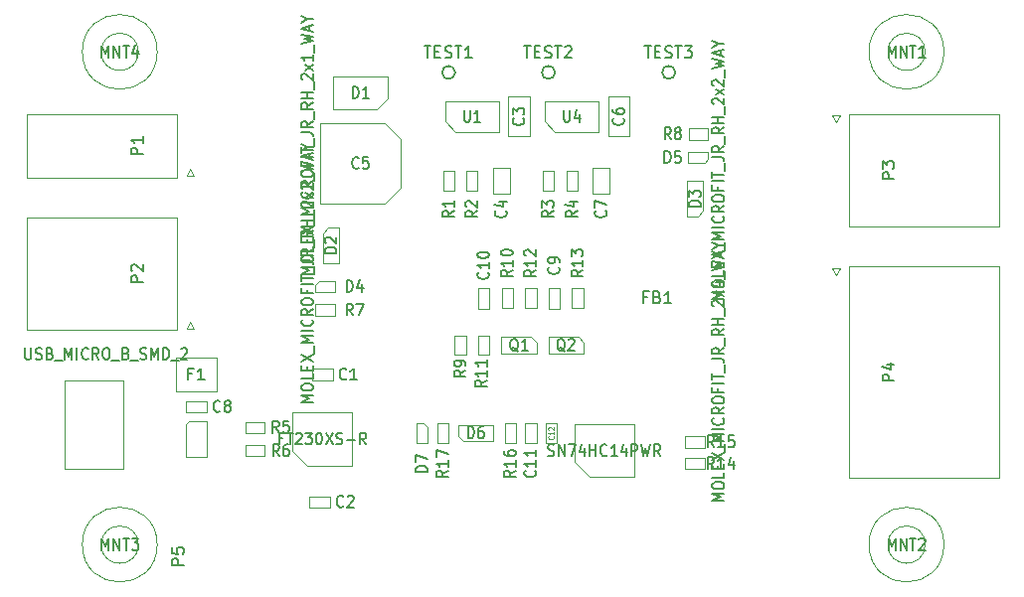
<source format=gbr>
%TF.GenerationSoftware,KiCad,Pcbnew,no-vcs-found*%
%TF.CreationDate,2017-10-09T11:26:26+10:30*%
%TF.ProjectId,clearpath-sc-single-channel,636C656172706174682D73632D73696E,1.0*%
%TF.SameCoordinates,Original*%
%TF.FileFunction,Other,Fab,Top*%
%FSLAX46Y46*%
G04 Gerber Fmt 4.6, Leading zero omitted, Abs format (unit mm)*
G04 Created by KiCad (PCBNEW no-vcs-found) date Mon Oct  9 11:26:26 2017*
%MOMM*%
%LPD*%
G01*
G04 APERTURE LIST*
%ADD10C,0.120000*%
%ADD11C,0.100000*%
%ADD12C,0.150000*%
%ADD13C,0.130000*%
%ADD14C,0.050000*%
G04 APERTURE END LIST*
D10*
%TO.C,F1*%
X108780000Y-130100000D02*
X112220000Y-130100000D01*
X108780000Y-132900000D02*
X108780000Y-130100000D01*
X112220000Y-132900000D02*
X108780000Y-132900000D01*
X112220000Y-130100000D02*
X112220000Y-132900000D01*
D11*
%TO.C,P4*%
X178900000Y-122300000D02*
X166100000Y-122300000D01*
X166100000Y-122300000D02*
X166100000Y-140300000D01*
X166100000Y-140300000D02*
X178900000Y-140300000D01*
X178900000Y-140300000D02*
X178900000Y-122300000D01*
X165000000Y-123000000D02*
X164700000Y-122400000D01*
X164700000Y-122400000D02*
X165300000Y-122400000D01*
X165300000Y-122400000D02*
X165000000Y-123000000D01*
%TO.C,P2*%
X96100000Y-127700000D02*
X108900000Y-127700000D01*
X108900000Y-127700000D02*
X108900000Y-118100000D01*
X108900000Y-118100000D02*
X96100000Y-118100000D01*
X96100000Y-118100000D02*
X96100000Y-127700000D01*
X110000000Y-127000000D02*
X110300000Y-127600000D01*
X110300000Y-127600000D02*
X109700000Y-127600000D01*
X109700000Y-127600000D02*
X110000000Y-127000000D01*
%TO.C,P3*%
X178900000Y-109300000D02*
X166100000Y-109300000D01*
X166100000Y-109300000D02*
X166100000Y-118900000D01*
X166100000Y-118900000D02*
X178900000Y-118900000D01*
X178900000Y-118900000D02*
X178900000Y-109300000D01*
X165000000Y-110000000D02*
X164700000Y-109400000D01*
X164700000Y-109400000D02*
X165300000Y-109400000D01*
X165300000Y-109400000D02*
X165000000Y-110000000D01*
%TO.C,P1*%
X96100000Y-114700000D02*
X108900000Y-114700000D01*
X108900000Y-114700000D02*
X108900000Y-109300000D01*
X108900000Y-109300000D02*
X96100000Y-109300000D01*
X96100000Y-109300000D02*
X96100000Y-114700000D01*
X110000000Y-114000000D02*
X110300000Y-114600000D01*
X110300000Y-114600000D02*
X109700000Y-114600000D01*
X109700000Y-114600000D02*
X110000000Y-114000000D01*
D10*
%TO.C,C1*%
X122130000Y-131020000D02*
X122130000Y-131980000D01*
X122130000Y-131980000D02*
X120370000Y-131980000D01*
X120370000Y-131980000D02*
X120370000Y-131020000D01*
X120370000Y-131020000D02*
X122130000Y-131020000D01*
%TO.C,C2*%
X121880000Y-142830000D02*
X120120000Y-142830000D01*
X121880000Y-141870000D02*
X121880000Y-142830000D01*
X120120000Y-141870000D02*
X121880000Y-141870000D01*
X120120000Y-142830000D02*
X120120000Y-141870000D01*
%TO.C,C3*%
X138900000Y-107800000D02*
X138900000Y-111200000D01*
X137100000Y-107800000D02*
X138900000Y-107800000D01*
X137100000Y-111200000D02*
X137100000Y-107800000D01*
X138900000Y-111200000D02*
X137100000Y-111200000D01*
%TO.C,C4*%
X135770000Y-116100000D02*
X135770000Y-113900000D01*
X137230000Y-116100000D02*
X135770000Y-116100000D01*
X137230000Y-113900000D02*
X137230000Y-116100000D01*
X135770000Y-113900000D02*
X137230000Y-113900000D01*
%TO.C,C5*%
X121100000Y-116900000D02*
X121100000Y-110100000D01*
X121100000Y-110100000D02*
X126540000Y-110100000D01*
X126540000Y-110100000D02*
X127900000Y-111460000D01*
X127900000Y-111460000D02*
X127900000Y-115540000D01*
X127900000Y-115540000D02*
X126540000Y-116900000D01*
X126540000Y-116900000D02*
X121100000Y-116900000D01*
%TO.C,C6*%
X147400000Y-111200000D02*
X145600000Y-111200000D01*
X145600000Y-111200000D02*
X145600000Y-107800000D01*
X145600000Y-107800000D02*
X147400000Y-107800000D01*
X147400000Y-107800000D02*
X147400000Y-111200000D01*
%TO.C,C7*%
X144270000Y-113900000D02*
X145730000Y-113900000D01*
X145730000Y-113900000D02*
X145730000Y-116100000D01*
X145730000Y-116100000D02*
X144270000Y-116100000D01*
X144270000Y-116100000D02*
X144270000Y-113900000D01*
%TO.C,C8*%
X109620000Y-133770000D02*
X111380000Y-133770000D01*
X109620000Y-134730000D02*
X109620000Y-133770000D01*
X111380000Y-134730000D02*
X109620000Y-134730000D01*
X111380000Y-133770000D02*
X111380000Y-134730000D01*
%TO.C,C9*%
X141480000Y-124120000D02*
X141480000Y-125880000D01*
X140520000Y-124120000D02*
X141480000Y-124120000D01*
X140520000Y-125880000D02*
X140520000Y-124120000D01*
X141480000Y-125880000D02*
X140520000Y-125880000D01*
%TO.C,C10*%
X134520000Y-124120000D02*
X135480000Y-124120000D01*
X135480000Y-124120000D02*
X135480000Y-125880000D01*
X135480000Y-125880000D02*
X134520000Y-125880000D01*
X134520000Y-125880000D02*
X134520000Y-124120000D01*
%TO.C,C11*%
X138520000Y-135620000D02*
X139480000Y-135620000D01*
X139480000Y-135620000D02*
X139480000Y-137380000D01*
X139480000Y-137380000D02*
X138520000Y-137380000D01*
X138520000Y-137380000D02*
X138520000Y-135620000D01*
%TO.C,D1*%
X126800000Y-106080000D02*
X126800000Y-107973300D01*
X126800000Y-107973300D02*
X125853300Y-108920000D01*
X125853300Y-108920000D02*
X122200000Y-108920000D01*
X122200000Y-108920000D02*
X122200000Y-106080000D01*
X122200000Y-106080000D02*
X126800000Y-106080000D01*
%TO.C,D2*%
X121300000Y-122000000D02*
X121300000Y-119466700D01*
X121300000Y-119466700D02*
X121766700Y-119000000D01*
X121766700Y-119000000D02*
X122700000Y-119000000D01*
X122700000Y-119000000D02*
X122700000Y-122000000D01*
X122700000Y-122000000D02*
X121300000Y-122000000D01*
%TO.C,D3*%
X152300000Y-115000000D02*
X153700000Y-115000000D01*
X152300000Y-118000000D02*
X152300000Y-115000000D01*
X153233300Y-118000000D02*
X152300000Y-118000000D01*
X153700000Y-117533300D02*
X153233300Y-118000000D01*
X153700000Y-115000000D02*
X153700000Y-117533300D01*
%TO.C,D4*%
X120650000Y-124450000D02*
X120650000Y-123850000D01*
X120650000Y-123850000D02*
X120950000Y-123550000D01*
X120950000Y-123550000D02*
X122350000Y-123550000D01*
X122350000Y-123550000D02*
X122350000Y-124450000D01*
X122350000Y-124450000D02*
X120650000Y-124450000D01*
%TO.C,D5*%
X154110000Y-112550000D02*
X154110000Y-113150000D01*
X154110000Y-113150000D02*
X153810000Y-113450000D01*
X153810000Y-113450000D02*
X152410000Y-113450000D01*
X152410000Y-113450000D02*
X152410000Y-112550000D01*
X152410000Y-112550000D02*
X154110000Y-112550000D01*
%TO.C,D6*%
X135800000Y-135775000D02*
X135800000Y-137175000D01*
X132800000Y-135775000D02*
X135800000Y-135775000D01*
X132800000Y-136708300D02*
X132800000Y-135775000D01*
X133266700Y-137175000D02*
X132800000Y-136708300D01*
X135800000Y-137175000D02*
X133266700Y-137175000D01*
%TO.C,D7*%
X129300000Y-137350000D02*
X129300000Y-135650000D01*
X130200000Y-137350000D02*
X129300000Y-137350000D01*
X130200000Y-135950000D02*
X130200000Y-137350000D01*
X129900000Y-135650000D02*
X130200000Y-135950000D01*
X129300000Y-135650000D02*
X129900000Y-135650000D01*
D11*
%TO.C,J?1*%
X99270000Y-132000000D02*
X104270000Y-132000000D01*
X104270000Y-132000000D02*
X104270000Y-139500000D01*
X104270000Y-139500000D02*
X99270000Y-139500000D01*
X99270000Y-139500000D02*
X99270000Y-132000000D01*
D10*
%TO.C,MNT1*%
X172590000Y-104000000D02*
G75*
G03X172590000Y-104000000I-1590000J0D01*
G01*
X174190000Y-104000000D02*
G75*
G03X174190000Y-104000000I-3190000J0D01*
G01*
%TO.C,MNT2*%
X174190000Y-146000000D02*
G75*
G03X174190000Y-146000000I-3190000J0D01*
G01*
X172590000Y-146000000D02*
G75*
G03X172590000Y-146000000I-1590000J0D01*
G01*
%TO.C,MNT3*%
X107190000Y-146000000D02*
G75*
G03X107190000Y-146000000I-3190000J0D01*
G01*
X105590000Y-146000000D02*
G75*
G03X105590000Y-146000000I-1590000J0D01*
G01*
%TO.C,MNT4*%
X105590000Y-104000000D02*
G75*
G03X105590000Y-104000000I-1590000J0D01*
G01*
X107190000Y-104000000D02*
G75*
G03X107190000Y-104000000I-3190000J0D01*
G01*
%TO.C,Q1*%
X136500000Y-128300000D02*
X139033300Y-128300000D01*
X139033300Y-128300000D02*
X139500000Y-128766700D01*
X139500000Y-128766700D02*
X139500000Y-129700000D01*
X139500000Y-129700000D02*
X136500000Y-129700000D01*
X136500000Y-129700000D02*
X136500000Y-128300000D01*
%TO.C,Q2*%
X140500000Y-128300000D02*
X143033300Y-128300000D01*
X143033300Y-128300000D02*
X143500000Y-128766700D01*
X143500000Y-128766700D02*
X143500000Y-129700000D01*
X143500000Y-129700000D02*
X140500000Y-129700000D01*
X140500000Y-129700000D02*
X140500000Y-128300000D01*
%TO.C,R1*%
X131520000Y-114170000D02*
X132480000Y-114170000D01*
X132480000Y-114170000D02*
X132480000Y-115830000D01*
X132480000Y-115830000D02*
X131520000Y-115830000D01*
X131520000Y-115830000D02*
X131520000Y-114170000D01*
%TO.C,R2*%
X133520000Y-114170000D02*
X134480000Y-114170000D01*
X134480000Y-114170000D02*
X134480000Y-115830000D01*
X134480000Y-115830000D02*
X133520000Y-115830000D01*
X133520000Y-115830000D02*
X133520000Y-114170000D01*
%TO.C,R3*%
X140020000Y-115830000D02*
X140020000Y-114170000D01*
X140980000Y-115830000D02*
X140020000Y-115830000D01*
X140980000Y-114170000D02*
X140980000Y-115830000D01*
X140020000Y-114170000D02*
X140980000Y-114170000D01*
%TO.C,R4*%
X142020000Y-115830000D02*
X142020000Y-114170000D01*
X142980000Y-115830000D02*
X142020000Y-115830000D01*
X142980000Y-114170000D02*
X142980000Y-115830000D01*
X142020000Y-114170000D02*
X142980000Y-114170000D01*
%TO.C,R5*%
X114670000Y-135520000D02*
X116330000Y-135520000D01*
X114670000Y-136480000D02*
X114670000Y-135520000D01*
X116330000Y-136480000D02*
X114670000Y-136480000D01*
X116330000Y-135520000D02*
X116330000Y-136480000D01*
%TO.C,R6*%
X116355000Y-137520000D02*
X116355000Y-138480000D01*
X116355000Y-138480000D02*
X114695000Y-138480000D01*
X114695000Y-138480000D02*
X114695000Y-137520000D01*
X114695000Y-137520000D02*
X116355000Y-137520000D01*
%TO.C,R7*%
X122330000Y-126480000D02*
X120670000Y-126480000D01*
X122330000Y-125520000D02*
X122330000Y-126480000D01*
X120670000Y-125520000D02*
X122330000Y-125520000D01*
X120670000Y-126480000D02*
X120670000Y-125520000D01*
%TO.C,R8*%
X154105000Y-110520000D02*
X154105000Y-111480000D01*
X154105000Y-111480000D02*
X152445000Y-111480000D01*
X152445000Y-111480000D02*
X152445000Y-110520000D01*
X152445000Y-110520000D02*
X154105000Y-110520000D01*
%TO.C,R9*%
X133480000Y-129830000D02*
X132520000Y-129830000D01*
X132520000Y-129830000D02*
X132520000Y-128170000D01*
X132520000Y-128170000D02*
X133480000Y-128170000D01*
X133480000Y-128170000D02*
X133480000Y-129830000D01*
%TO.C,R10*%
X136520000Y-124170000D02*
X137480000Y-124170000D01*
X137480000Y-124170000D02*
X137480000Y-125830000D01*
X137480000Y-125830000D02*
X136520000Y-125830000D01*
X136520000Y-125830000D02*
X136520000Y-124170000D01*
%TO.C,R11*%
X135480000Y-129830000D02*
X134520000Y-129830000D01*
X134520000Y-129830000D02*
X134520000Y-128170000D01*
X134520000Y-128170000D02*
X135480000Y-128170000D01*
X135480000Y-128170000D02*
X135480000Y-129830000D01*
%TO.C,R12*%
X138520000Y-124170000D02*
X139480000Y-124170000D01*
X139480000Y-124170000D02*
X139480000Y-125830000D01*
X139480000Y-125830000D02*
X138520000Y-125830000D01*
X138520000Y-125830000D02*
X138520000Y-124170000D01*
%TO.C,R13*%
X143480000Y-125830000D02*
X142520000Y-125830000D01*
X142520000Y-125830000D02*
X142520000Y-124170000D01*
X142520000Y-124170000D02*
X143480000Y-124170000D01*
X143480000Y-124170000D02*
X143480000Y-125830000D01*
%TO.C,R14*%
X153830000Y-138620000D02*
X153830000Y-139580000D01*
X153830000Y-139580000D02*
X152170000Y-139580000D01*
X152170000Y-139580000D02*
X152170000Y-138620000D01*
X152170000Y-138620000D02*
X153830000Y-138620000D01*
%TO.C,R15*%
X152170000Y-136770000D02*
X153830000Y-136770000D01*
X152170000Y-137730000D02*
X152170000Y-136770000D01*
X153830000Y-137730000D02*
X152170000Y-137730000D01*
X153830000Y-136770000D02*
X153830000Y-137730000D01*
%TO.C,R16*%
X136770000Y-137330000D02*
X136770000Y-135670000D01*
X137730000Y-137330000D02*
X136770000Y-137330000D01*
X137730000Y-135670000D02*
X137730000Y-137330000D01*
X136770000Y-135670000D02*
X137730000Y-135670000D01*
%TO.C,R17*%
X131020000Y-137330000D02*
X131020000Y-135670000D01*
X131980000Y-137330000D02*
X131020000Y-137330000D01*
X131980000Y-135670000D02*
X131980000Y-137330000D01*
X131020000Y-135670000D02*
X131980000Y-135670000D01*
%TO.C,U1*%
X136300000Y-110800000D02*
X132566700Y-110800000D01*
X132566700Y-110800000D02*
X131700000Y-109933300D01*
X131700000Y-109933300D02*
X131700000Y-108200000D01*
X131700000Y-108200000D02*
X136300000Y-108200000D01*
X136300000Y-108200000D02*
X136300000Y-110800000D01*
%TO.C,U2*%
X123800000Y-139250000D02*
X119970000Y-139250000D01*
X119970000Y-139250000D02*
X118700000Y-137980000D01*
X118700000Y-137980000D02*
X118700000Y-134750000D01*
X118700000Y-134750000D02*
X123800000Y-134750000D01*
X123800000Y-134750000D02*
X123800000Y-139250000D01*
%TO.C,U3*%
X109910000Y-135470000D02*
X109620000Y-135770000D01*
X109920000Y-135470000D02*
X111380000Y-135470000D01*
X111380000Y-135470000D02*
X111380000Y-138530000D01*
X111380000Y-138530000D02*
X109620000Y-138530000D01*
X109620000Y-138530000D02*
X109620000Y-135770000D01*
%TO.C,U4*%
X144800000Y-108200000D02*
X144800000Y-110800000D01*
X140200000Y-108200000D02*
X144800000Y-108200000D01*
X140200000Y-109933300D02*
X140200000Y-108200000D01*
X141066700Y-110800000D02*
X140200000Y-109933300D01*
X144800000Y-110800000D02*
X141066700Y-110800000D01*
%TO.C,U5*%
X147800000Y-140250000D02*
X143970000Y-140250000D01*
X143970000Y-140250000D02*
X142700000Y-138980000D01*
X142700000Y-138980000D02*
X142700000Y-135750000D01*
X142700000Y-135750000D02*
X147800000Y-135750000D01*
X147800000Y-135750000D02*
X147800000Y-140250000D01*
D12*
%TO.C,TEST1*%
X132559017Y-105750000D02*
G75*
G03X132559017Y-105750000I-559017J0D01*
G01*
%TO.C,TEST2*%
X141059017Y-105750000D02*
G75*
G03X141059017Y-105750000I-559017J0D01*
G01*
%TO.C,TEST3*%
X151309017Y-105750000D02*
G75*
G03X151309017Y-105750000I-559017J0D01*
G01*
D10*
%TO.C,C12*%
X140270000Y-135620000D02*
X141230000Y-135620000D01*
X141230000Y-135620000D02*
X141230000Y-137380000D01*
X141230000Y-137380000D02*
X140270000Y-137380000D01*
X140270000Y-137380000D02*
X140270000Y-135620000D01*
%TD*%
%TO.C,F1*%
D12*
X110166666Y-131428571D02*
X109833333Y-131428571D01*
X109833333Y-131952380D02*
X109833333Y-130952380D01*
X110309523Y-130952380D01*
X111214285Y-131952380D02*
X110642857Y-131952380D01*
X110928571Y-131952380D02*
X110928571Y-130952380D01*
X110833333Y-131095238D01*
X110738095Y-131190476D01*
X110642857Y-131238095D01*
%TO.C,FB1*%
X148914126Y-124887931D02*
X148580793Y-124887931D01*
X148580793Y-125411740D02*
X148580793Y-124411740D01*
X149056983Y-124411740D01*
X149771269Y-124887931D02*
X149914126Y-124935550D01*
X149961745Y-124983169D01*
X150009364Y-125078407D01*
X150009364Y-125221264D01*
X149961745Y-125316502D01*
X149914126Y-125364121D01*
X149818888Y-125411740D01*
X149437936Y-125411740D01*
X149437936Y-124411740D01*
X149771269Y-124411740D01*
X149866507Y-124459360D01*
X149914126Y-124506979D01*
X149961745Y-124602217D01*
X149961745Y-124697455D01*
X149914126Y-124792693D01*
X149866507Y-124840312D01*
X149771269Y-124887931D01*
X149437936Y-124887931D01*
X150961745Y-125411740D02*
X150390317Y-125411740D01*
X150676031Y-125411740D02*
X150676031Y-124411740D01*
X150580793Y-124554598D01*
X150485555Y-124649836D01*
X150390317Y-124697455D01*
%TO.C,P4*%
D13*
X155452380Y-142250000D02*
X154452380Y-142250000D01*
X155166666Y-141950000D01*
X154452380Y-141650000D01*
X155452380Y-141650000D01*
X154452380Y-141050000D02*
X154452380Y-140878571D01*
X154500000Y-140792857D01*
X154595238Y-140707142D01*
X154785714Y-140664285D01*
X155119047Y-140664285D01*
X155309523Y-140707142D01*
X155404761Y-140792857D01*
X155452380Y-140878571D01*
X155452380Y-141050000D01*
X155404761Y-141135714D01*
X155309523Y-141221428D01*
X155119047Y-141264285D01*
X154785714Y-141264285D01*
X154595238Y-141221428D01*
X154500000Y-141135714D01*
X154452380Y-141050000D01*
X155452380Y-139850000D02*
X155452380Y-140278571D01*
X154452380Y-140278571D01*
X154928571Y-139550000D02*
X154928571Y-139250000D01*
X155452380Y-139121428D02*
X155452380Y-139550000D01*
X154452380Y-139550000D01*
X154452380Y-139121428D01*
X154452380Y-138821428D02*
X155452380Y-138221428D01*
X154452380Y-138221428D02*
X155452380Y-138821428D01*
X155547619Y-138092857D02*
X155547619Y-137407142D01*
X155452380Y-137192857D02*
X154452380Y-137192857D01*
X155166666Y-136892857D01*
X154452380Y-136592857D01*
X155452380Y-136592857D01*
X155452380Y-136164285D02*
X154452380Y-136164285D01*
X155357142Y-135221428D02*
X155404761Y-135264285D01*
X155452380Y-135392857D01*
X155452380Y-135478571D01*
X155404761Y-135607142D01*
X155309523Y-135692857D01*
X155214285Y-135735714D01*
X155023809Y-135778571D01*
X154880952Y-135778571D01*
X154690476Y-135735714D01*
X154595238Y-135692857D01*
X154500000Y-135607142D01*
X154452380Y-135478571D01*
X154452380Y-135392857D01*
X154500000Y-135264285D01*
X154547619Y-135221428D01*
X155452380Y-134321428D02*
X154976190Y-134621428D01*
X155452380Y-134835714D02*
X154452380Y-134835714D01*
X154452380Y-134492857D01*
X154500000Y-134407142D01*
X154547619Y-134364285D01*
X154642857Y-134321428D01*
X154785714Y-134321428D01*
X154880952Y-134364285D01*
X154928571Y-134407142D01*
X154976190Y-134492857D01*
X154976190Y-134835714D01*
X154452380Y-133764285D02*
X154452380Y-133592857D01*
X154500000Y-133507142D01*
X154595238Y-133421428D01*
X154785714Y-133378571D01*
X155119047Y-133378571D01*
X155309523Y-133421428D01*
X155404761Y-133507142D01*
X155452380Y-133592857D01*
X155452380Y-133764285D01*
X155404761Y-133850000D01*
X155309523Y-133935714D01*
X155119047Y-133978571D01*
X154785714Y-133978571D01*
X154595238Y-133935714D01*
X154500000Y-133850000D01*
X154452380Y-133764285D01*
X154928571Y-132692857D02*
X154928571Y-132992857D01*
X155452380Y-132992857D02*
X154452380Y-132992857D01*
X154452380Y-132564285D01*
X155452380Y-132221428D02*
X154452380Y-132221428D01*
X154452380Y-131921428D02*
X154452380Y-131407142D01*
X155452380Y-131664285D02*
X154452380Y-131664285D01*
X155547619Y-131321428D02*
X155547619Y-130635714D01*
X154452380Y-130164285D02*
X155166666Y-130164285D01*
X155309523Y-130207142D01*
X155404761Y-130292857D01*
X155452380Y-130421428D01*
X155452380Y-130507142D01*
X155452380Y-129221428D02*
X154976190Y-129521428D01*
X155452380Y-129735714D02*
X154452380Y-129735714D01*
X154452380Y-129392857D01*
X154500000Y-129307142D01*
X154547619Y-129264285D01*
X154642857Y-129221428D01*
X154785714Y-129221428D01*
X154880952Y-129264285D01*
X154928571Y-129307142D01*
X154976190Y-129392857D01*
X154976190Y-129735714D01*
X155547619Y-129050000D02*
X155547619Y-128364285D01*
X155452380Y-127635714D02*
X154976190Y-127935714D01*
X155452380Y-128150000D02*
X154452380Y-128150000D01*
X154452380Y-127807142D01*
X154500000Y-127721428D01*
X154547619Y-127678571D01*
X154642857Y-127635714D01*
X154785714Y-127635714D01*
X154880952Y-127678571D01*
X154928571Y-127721428D01*
X154976190Y-127807142D01*
X154976190Y-128150000D01*
X155452380Y-127250000D02*
X154452380Y-127250000D01*
X154928571Y-127250000D02*
X154928571Y-126735714D01*
X155452380Y-126735714D02*
X154452380Y-126735714D01*
X155547619Y-126521428D02*
X155547619Y-125835714D01*
X154547619Y-125664285D02*
X154500000Y-125621428D01*
X154452380Y-125535714D01*
X154452380Y-125321428D01*
X154500000Y-125235714D01*
X154547619Y-125192857D01*
X154642857Y-125150000D01*
X154738095Y-125150000D01*
X154880952Y-125192857D01*
X155452380Y-125707142D01*
X155452380Y-125150000D01*
X155452380Y-124850000D02*
X154785714Y-124378571D01*
X154785714Y-124850000D02*
X155452380Y-124378571D01*
X154785714Y-123650000D02*
X155452380Y-123650000D01*
X154404761Y-123864285D02*
X155119047Y-124078571D01*
X155119047Y-123521428D01*
X155547619Y-123392857D02*
X155547619Y-122707142D01*
X154452380Y-122578571D02*
X155452380Y-122364285D01*
X154738095Y-122192857D01*
X155452380Y-122021428D01*
X154452380Y-121807142D01*
X155166666Y-121507142D02*
X155166666Y-121078571D01*
X155452380Y-121592857D02*
X154452380Y-121292857D01*
X155452380Y-120992857D01*
X154976190Y-120521428D02*
X155452380Y-120521428D01*
X154452380Y-120821428D02*
X154976190Y-120521428D01*
X154452380Y-120221428D01*
D12*
X169952380Y-132038095D02*
X168952380Y-132038095D01*
X168952380Y-131657142D01*
X169000000Y-131561904D01*
X169047619Y-131514285D01*
X169142857Y-131466666D01*
X169285714Y-131466666D01*
X169380952Y-131514285D01*
X169428571Y-131561904D01*
X169476190Y-131657142D01*
X169476190Y-132038095D01*
X169285714Y-130609523D02*
X169952380Y-130609523D01*
X168904761Y-130847619D02*
X169619047Y-131085714D01*
X169619047Y-130466666D01*
%TO.C,P2*%
D13*
X120452380Y-133850000D02*
X119452380Y-133850000D01*
X120166666Y-133550000D01*
X119452380Y-133250000D01*
X120452380Y-133250000D01*
X119452380Y-132650000D02*
X119452380Y-132478571D01*
X119500000Y-132392857D01*
X119595238Y-132307142D01*
X119785714Y-132264285D01*
X120119047Y-132264285D01*
X120309523Y-132307142D01*
X120404761Y-132392857D01*
X120452380Y-132478571D01*
X120452380Y-132650000D01*
X120404761Y-132735714D01*
X120309523Y-132821428D01*
X120119047Y-132864285D01*
X119785714Y-132864285D01*
X119595238Y-132821428D01*
X119500000Y-132735714D01*
X119452380Y-132650000D01*
X120452380Y-131450000D02*
X120452380Y-131878571D01*
X119452380Y-131878571D01*
X119928571Y-131150000D02*
X119928571Y-130850000D01*
X120452380Y-130721428D02*
X120452380Y-131150000D01*
X119452380Y-131150000D01*
X119452380Y-130721428D01*
X119452380Y-130421428D02*
X120452380Y-129821428D01*
X119452380Y-129821428D02*
X120452380Y-130421428D01*
X120547619Y-129692857D02*
X120547619Y-129007142D01*
X120452380Y-128792857D02*
X119452380Y-128792857D01*
X120166666Y-128492857D01*
X119452380Y-128192857D01*
X120452380Y-128192857D01*
X120452380Y-127764285D02*
X119452380Y-127764285D01*
X120357142Y-126821428D02*
X120404761Y-126864285D01*
X120452380Y-126992857D01*
X120452380Y-127078571D01*
X120404761Y-127207142D01*
X120309523Y-127292857D01*
X120214285Y-127335714D01*
X120023809Y-127378571D01*
X119880952Y-127378571D01*
X119690476Y-127335714D01*
X119595238Y-127292857D01*
X119500000Y-127207142D01*
X119452380Y-127078571D01*
X119452380Y-126992857D01*
X119500000Y-126864285D01*
X119547619Y-126821428D01*
X120452380Y-125921428D02*
X119976190Y-126221428D01*
X120452380Y-126435714D02*
X119452380Y-126435714D01*
X119452380Y-126092857D01*
X119500000Y-126007142D01*
X119547619Y-125964285D01*
X119642857Y-125921428D01*
X119785714Y-125921428D01*
X119880952Y-125964285D01*
X119928571Y-126007142D01*
X119976190Y-126092857D01*
X119976190Y-126435714D01*
X119452380Y-125364285D02*
X119452380Y-125192857D01*
X119500000Y-125107142D01*
X119595238Y-125021428D01*
X119785714Y-124978571D01*
X120119047Y-124978571D01*
X120309523Y-125021428D01*
X120404761Y-125107142D01*
X120452380Y-125192857D01*
X120452380Y-125364285D01*
X120404761Y-125450000D01*
X120309523Y-125535714D01*
X120119047Y-125578571D01*
X119785714Y-125578571D01*
X119595238Y-125535714D01*
X119500000Y-125450000D01*
X119452380Y-125364285D01*
X119928571Y-124292857D02*
X119928571Y-124592857D01*
X120452380Y-124592857D02*
X119452380Y-124592857D01*
X119452380Y-124164285D01*
X120452380Y-123821428D02*
X119452380Y-123821428D01*
X119452380Y-123521428D02*
X119452380Y-123007142D01*
X120452380Y-123264285D02*
X119452380Y-123264285D01*
X120547619Y-122921428D02*
X120547619Y-122235714D01*
X119452380Y-121764285D02*
X120166666Y-121764285D01*
X120309523Y-121807142D01*
X120404761Y-121892857D01*
X120452380Y-122021428D01*
X120452380Y-122107142D01*
X120452380Y-120821428D02*
X119976190Y-121121428D01*
X120452380Y-121335714D02*
X119452380Y-121335714D01*
X119452380Y-120992857D01*
X119500000Y-120907142D01*
X119547619Y-120864285D01*
X119642857Y-120821428D01*
X119785714Y-120821428D01*
X119880952Y-120864285D01*
X119928571Y-120907142D01*
X119976190Y-120992857D01*
X119976190Y-121335714D01*
X120547619Y-120650000D02*
X120547619Y-119964285D01*
X120452380Y-119235714D02*
X119976190Y-119535714D01*
X120452380Y-119750000D02*
X119452380Y-119750000D01*
X119452380Y-119407142D01*
X119500000Y-119321428D01*
X119547619Y-119278571D01*
X119642857Y-119235714D01*
X119785714Y-119235714D01*
X119880952Y-119278571D01*
X119928571Y-119321428D01*
X119976190Y-119407142D01*
X119976190Y-119750000D01*
X120452380Y-118850000D02*
X119452380Y-118850000D01*
X119928571Y-118850000D02*
X119928571Y-118335714D01*
X120452380Y-118335714D02*
X119452380Y-118335714D01*
X120547619Y-118121428D02*
X120547619Y-117435714D01*
X119547619Y-117264285D02*
X119500000Y-117221428D01*
X119452380Y-117135714D01*
X119452380Y-116921428D01*
X119500000Y-116835714D01*
X119547619Y-116792857D01*
X119642857Y-116750000D01*
X119738095Y-116750000D01*
X119880952Y-116792857D01*
X120452380Y-117307142D01*
X120452380Y-116750000D01*
X120452380Y-116450000D02*
X119785714Y-115978571D01*
X119785714Y-116450000D02*
X120452380Y-115978571D01*
X119547619Y-115678571D02*
X119500000Y-115635714D01*
X119452380Y-115550000D01*
X119452380Y-115335714D01*
X119500000Y-115250000D01*
X119547619Y-115207142D01*
X119642857Y-115164285D01*
X119738095Y-115164285D01*
X119880952Y-115207142D01*
X120452380Y-115721428D01*
X120452380Y-115164285D01*
X120547619Y-114992857D02*
X120547619Y-114307142D01*
X119452380Y-114178571D02*
X120452380Y-113964285D01*
X119738095Y-113792857D01*
X120452380Y-113621428D01*
X119452380Y-113407142D01*
X120166666Y-113107142D02*
X120166666Y-112678571D01*
X120452380Y-113192857D02*
X119452380Y-112892857D01*
X120452380Y-112592857D01*
X119976190Y-112121428D02*
X120452380Y-112121428D01*
X119452380Y-112421428D02*
X119976190Y-112121428D01*
X119452380Y-111821428D01*
D12*
X105952380Y-123638095D02*
X104952380Y-123638095D01*
X104952380Y-123257142D01*
X105000000Y-123161904D01*
X105047619Y-123114285D01*
X105142857Y-123066666D01*
X105285714Y-123066666D01*
X105380952Y-123114285D01*
X105428571Y-123161904D01*
X105476190Y-123257142D01*
X105476190Y-123638095D01*
X105047619Y-122685714D02*
X105000000Y-122638095D01*
X104952380Y-122542857D01*
X104952380Y-122304761D01*
X105000000Y-122209523D01*
X105047619Y-122161904D01*
X105142857Y-122114285D01*
X105238095Y-122114285D01*
X105380952Y-122161904D01*
X105952380Y-122733333D01*
X105952380Y-122114285D01*
%TO.C,P3*%
D13*
X155452380Y-125050000D02*
X154452380Y-125050000D01*
X155166666Y-124750000D01*
X154452380Y-124450000D01*
X155452380Y-124450000D01*
X154452380Y-123850000D02*
X154452380Y-123678571D01*
X154500000Y-123592857D01*
X154595238Y-123507142D01*
X154785714Y-123464285D01*
X155119047Y-123464285D01*
X155309523Y-123507142D01*
X155404761Y-123592857D01*
X155452380Y-123678571D01*
X155452380Y-123850000D01*
X155404761Y-123935714D01*
X155309523Y-124021428D01*
X155119047Y-124064285D01*
X154785714Y-124064285D01*
X154595238Y-124021428D01*
X154500000Y-123935714D01*
X154452380Y-123850000D01*
X155452380Y-122650000D02*
X155452380Y-123078571D01*
X154452380Y-123078571D01*
X154928571Y-122350000D02*
X154928571Y-122050000D01*
X155452380Y-121921428D02*
X155452380Y-122350000D01*
X154452380Y-122350000D01*
X154452380Y-121921428D01*
X154452380Y-121621428D02*
X155452380Y-121021428D01*
X154452380Y-121021428D02*
X155452380Y-121621428D01*
X155547619Y-120892857D02*
X155547619Y-120207142D01*
X155452380Y-119992857D02*
X154452380Y-119992857D01*
X155166666Y-119692857D01*
X154452380Y-119392857D01*
X155452380Y-119392857D01*
X155452380Y-118964285D02*
X154452380Y-118964285D01*
X155357142Y-118021428D02*
X155404761Y-118064285D01*
X155452380Y-118192857D01*
X155452380Y-118278571D01*
X155404761Y-118407142D01*
X155309523Y-118492857D01*
X155214285Y-118535714D01*
X155023809Y-118578571D01*
X154880952Y-118578571D01*
X154690476Y-118535714D01*
X154595238Y-118492857D01*
X154500000Y-118407142D01*
X154452380Y-118278571D01*
X154452380Y-118192857D01*
X154500000Y-118064285D01*
X154547619Y-118021428D01*
X155452380Y-117121428D02*
X154976190Y-117421428D01*
X155452380Y-117635714D02*
X154452380Y-117635714D01*
X154452380Y-117292857D01*
X154500000Y-117207142D01*
X154547619Y-117164285D01*
X154642857Y-117121428D01*
X154785714Y-117121428D01*
X154880952Y-117164285D01*
X154928571Y-117207142D01*
X154976190Y-117292857D01*
X154976190Y-117635714D01*
X154452380Y-116564285D02*
X154452380Y-116392857D01*
X154500000Y-116307142D01*
X154595238Y-116221428D01*
X154785714Y-116178571D01*
X155119047Y-116178571D01*
X155309523Y-116221428D01*
X155404761Y-116307142D01*
X155452380Y-116392857D01*
X155452380Y-116564285D01*
X155404761Y-116650000D01*
X155309523Y-116735714D01*
X155119047Y-116778571D01*
X154785714Y-116778571D01*
X154595238Y-116735714D01*
X154500000Y-116650000D01*
X154452380Y-116564285D01*
X154928571Y-115492857D02*
X154928571Y-115792857D01*
X155452380Y-115792857D02*
X154452380Y-115792857D01*
X154452380Y-115364285D01*
X155452380Y-115021428D02*
X154452380Y-115021428D01*
X154452380Y-114721428D02*
X154452380Y-114207142D01*
X155452380Y-114464285D02*
X154452380Y-114464285D01*
X155547619Y-114121428D02*
X155547619Y-113435714D01*
X154452380Y-112964285D02*
X155166666Y-112964285D01*
X155309523Y-113007142D01*
X155404761Y-113092857D01*
X155452380Y-113221428D01*
X155452380Y-113307142D01*
X155452380Y-112021428D02*
X154976190Y-112321428D01*
X155452380Y-112535714D02*
X154452380Y-112535714D01*
X154452380Y-112192857D01*
X154500000Y-112107142D01*
X154547619Y-112064285D01*
X154642857Y-112021428D01*
X154785714Y-112021428D01*
X154880952Y-112064285D01*
X154928571Y-112107142D01*
X154976190Y-112192857D01*
X154976190Y-112535714D01*
X155547619Y-111850000D02*
X155547619Y-111164285D01*
X155452380Y-110435714D02*
X154976190Y-110735714D01*
X155452380Y-110950000D02*
X154452380Y-110950000D01*
X154452380Y-110607142D01*
X154500000Y-110521428D01*
X154547619Y-110478571D01*
X154642857Y-110435714D01*
X154785714Y-110435714D01*
X154880952Y-110478571D01*
X154928571Y-110521428D01*
X154976190Y-110607142D01*
X154976190Y-110950000D01*
X155452380Y-110050000D02*
X154452380Y-110050000D01*
X154928571Y-110050000D02*
X154928571Y-109535714D01*
X155452380Y-109535714D02*
X154452380Y-109535714D01*
X155547619Y-109321428D02*
X155547619Y-108635714D01*
X154547619Y-108464285D02*
X154500000Y-108421428D01*
X154452380Y-108335714D01*
X154452380Y-108121428D01*
X154500000Y-108035714D01*
X154547619Y-107992857D01*
X154642857Y-107950000D01*
X154738095Y-107950000D01*
X154880952Y-107992857D01*
X155452380Y-108507142D01*
X155452380Y-107950000D01*
X155452380Y-107650000D02*
X154785714Y-107178571D01*
X154785714Y-107650000D02*
X155452380Y-107178571D01*
X154547619Y-106878571D02*
X154500000Y-106835714D01*
X154452380Y-106750000D01*
X154452380Y-106535714D01*
X154500000Y-106450000D01*
X154547619Y-106407142D01*
X154642857Y-106364285D01*
X154738095Y-106364285D01*
X154880952Y-106407142D01*
X155452380Y-106921428D01*
X155452380Y-106364285D01*
X155547619Y-106192857D02*
X155547619Y-105507142D01*
X154452380Y-105378571D02*
X155452380Y-105164285D01*
X154738095Y-104992857D01*
X155452380Y-104821428D01*
X154452380Y-104607142D01*
X155166666Y-104307142D02*
X155166666Y-103878571D01*
X155452380Y-104392857D02*
X154452380Y-104092857D01*
X155452380Y-103792857D01*
X154976190Y-103321428D02*
X155452380Y-103321428D01*
X154452380Y-103621428D02*
X154976190Y-103321428D01*
X154452380Y-103021428D01*
D12*
X169952380Y-114838095D02*
X168952380Y-114838095D01*
X168952380Y-114457142D01*
X169000000Y-114361904D01*
X169047619Y-114314285D01*
X169142857Y-114266666D01*
X169285714Y-114266666D01*
X169380952Y-114314285D01*
X169428571Y-114361904D01*
X169476190Y-114457142D01*
X169476190Y-114838095D01*
X168952380Y-113933333D02*
X168952380Y-113314285D01*
X169333333Y-113647619D01*
X169333333Y-113504761D01*
X169380952Y-113409523D01*
X169428571Y-113361904D01*
X169523809Y-113314285D01*
X169761904Y-113314285D01*
X169857142Y-113361904D01*
X169904761Y-113409523D01*
X169952380Y-113504761D01*
X169952380Y-113790476D01*
X169904761Y-113885714D01*
X169857142Y-113933333D01*
%TO.C,P1*%
D13*
X120452380Y-122950000D02*
X119452380Y-122950000D01*
X120166666Y-122650000D01*
X119452380Y-122350000D01*
X120452380Y-122350000D01*
X119452380Y-121750000D02*
X119452380Y-121578571D01*
X119500000Y-121492857D01*
X119595238Y-121407142D01*
X119785714Y-121364285D01*
X120119047Y-121364285D01*
X120309523Y-121407142D01*
X120404761Y-121492857D01*
X120452380Y-121578571D01*
X120452380Y-121750000D01*
X120404761Y-121835714D01*
X120309523Y-121921428D01*
X120119047Y-121964285D01*
X119785714Y-121964285D01*
X119595238Y-121921428D01*
X119500000Y-121835714D01*
X119452380Y-121750000D01*
X120452380Y-120550000D02*
X120452380Y-120978571D01*
X119452380Y-120978571D01*
X119928571Y-120250000D02*
X119928571Y-119950000D01*
X120452380Y-119821428D02*
X120452380Y-120250000D01*
X119452380Y-120250000D01*
X119452380Y-119821428D01*
X119452380Y-119521428D02*
X120452380Y-118921428D01*
X119452380Y-118921428D02*
X120452380Y-119521428D01*
X120547619Y-118792857D02*
X120547619Y-118107142D01*
X120452380Y-117892857D02*
X119452380Y-117892857D01*
X120166666Y-117592857D01*
X119452380Y-117292857D01*
X120452380Y-117292857D01*
X120452380Y-116864285D02*
X119452380Y-116864285D01*
X120357142Y-115921428D02*
X120404761Y-115964285D01*
X120452380Y-116092857D01*
X120452380Y-116178571D01*
X120404761Y-116307142D01*
X120309523Y-116392857D01*
X120214285Y-116435714D01*
X120023809Y-116478571D01*
X119880952Y-116478571D01*
X119690476Y-116435714D01*
X119595238Y-116392857D01*
X119500000Y-116307142D01*
X119452380Y-116178571D01*
X119452380Y-116092857D01*
X119500000Y-115964285D01*
X119547619Y-115921428D01*
X120452380Y-115021428D02*
X119976190Y-115321428D01*
X120452380Y-115535714D02*
X119452380Y-115535714D01*
X119452380Y-115192857D01*
X119500000Y-115107142D01*
X119547619Y-115064285D01*
X119642857Y-115021428D01*
X119785714Y-115021428D01*
X119880952Y-115064285D01*
X119928571Y-115107142D01*
X119976190Y-115192857D01*
X119976190Y-115535714D01*
X119452380Y-114464285D02*
X119452380Y-114292857D01*
X119500000Y-114207142D01*
X119595238Y-114121428D01*
X119785714Y-114078571D01*
X120119047Y-114078571D01*
X120309523Y-114121428D01*
X120404761Y-114207142D01*
X120452380Y-114292857D01*
X120452380Y-114464285D01*
X120404761Y-114550000D01*
X120309523Y-114635714D01*
X120119047Y-114678571D01*
X119785714Y-114678571D01*
X119595238Y-114635714D01*
X119500000Y-114550000D01*
X119452380Y-114464285D01*
X119928571Y-113392857D02*
X119928571Y-113692857D01*
X120452380Y-113692857D02*
X119452380Y-113692857D01*
X119452380Y-113264285D01*
X120452380Y-112921428D02*
X119452380Y-112921428D01*
X119452380Y-112621428D02*
X119452380Y-112107142D01*
X120452380Y-112364285D02*
X119452380Y-112364285D01*
X120547619Y-112021428D02*
X120547619Y-111335714D01*
X119452380Y-110864285D02*
X120166666Y-110864285D01*
X120309523Y-110907142D01*
X120404761Y-110992857D01*
X120452380Y-111121428D01*
X120452380Y-111207142D01*
X120452380Y-109921428D02*
X119976190Y-110221428D01*
X120452380Y-110435714D02*
X119452380Y-110435714D01*
X119452380Y-110092857D01*
X119500000Y-110007142D01*
X119547619Y-109964285D01*
X119642857Y-109921428D01*
X119785714Y-109921428D01*
X119880952Y-109964285D01*
X119928571Y-110007142D01*
X119976190Y-110092857D01*
X119976190Y-110435714D01*
X120547619Y-109750000D02*
X120547619Y-109064285D01*
X120452380Y-108335714D02*
X119976190Y-108635714D01*
X120452380Y-108850000D02*
X119452380Y-108850000D01*
X119452380Y-108507142D01*
X119500000Y-108421428D01*
X119547619Y-108378571D01*
X119642857Y-108335714D01*
X119785714Y-108335714D01*
X119880952Y-108378571D01*
X119928571Y-108421428D01*
X119976190Y-108507142D01*
X119976190Y-108850000D01*
X120452380Y-107950000D02*
X119452380Y-107950000D01*
X119928571Y-107950000D02*
X119928571Y-107435714D01*
X120452380Y-107435714D02*
X119452380Y-107435714D01*
X120547619Y-107221428D02*
X120547619Y-106535714D01*
X119547619Y-106364285D02*
X119500000Y-106321428D01*
X119452380Y-106235714D01*
X119452380Y-106021428D01*
X119500000Y-105935714D01*
X119547619Y-105892857D01*
X119642857Y-105850000D01*
X119738095Y-105850000D01*
X119880952Y-105892857D01*
X120452380Y-106407142D01*
X120452380Y-105850000D01*
X120452380Y-105550000D02*
X119785714Y-105078571D01*
X119785714Y-105550000D02*
X120452380Y-105078571D01*
X120452380Y-104264285D02*
X120452380Y-104778571D01*
X120452380Y-104521428D02*
X119452380Y-104521428D01*
X119595238Y-104607142D01*
X119690476Y-104692857D01*
X119738095Y-104778571D01*
X120547619Y-104092857D02*
X120547619Y-103407142D01*
X119452380Y-103278571D02*
X120452380Y-103064285D01*
X119738095Y-102892857D01*
X120452380Y-102721428D01*
X119452380Y-102507142D01*
X120166666Y-102207142D02*
X120166666Y-101778571D01*
X120452380Y-102292857D02*
X119452380Y-101992857D01*
X120452380Y-101692857D01*
X119976190Y-101221428D02*
X120452380Y-101221428D01*
X119452380Y-101521428D02*
X119976190Y-101221428D01*
X119452380Y-100921428D01*
D12*
X105952380Y-112738095D02*
X104952380Y-112738095D01*
X104952380Y-112357142D01*
X105000000Y-112261904D01*
X105047619Y-112214285D01*
X105142857Y-112166666D01*
X105285714Y-112166666D01*
X105380952Y-112214285D01*
X105428571Y-112261904D01*
X105476190Y-112357142D01*
X105476190Y-112738095D01*
X105952380Y-111214285D02*
X105952380Y-111785714D01*
X105952380Y-111500000D02*
X104952380Y-111500000D01*
X105095238Y-111595238D01*
X105190476Y-111690476D01*
X105238095Y-111785714D01*
%TO.C,C1*%
D13*
X123300000Y-131857142D02*
X123257142Y-131904761D01*
X123128571Y-131952380D01*
X123042857Y-131952380D01*
X122914285Y-131904761D01*
X122828571Y-131809523D01*
X122785714Y-131714285D01*
X122742857Y-131523809D01*
X122742857Y-131380952D01*
X122785714Y-131190476D01*
X122828571Y-131095238D01*
X122914285Y-131000000D01*
X123042857Y-130952380D01*
X123128571Y-130952380D01*
X123257142Y-131000000D01*
X123300000Y-131047619D01*
X124157142Y-131952380D02*
X123642857Y-131952380D01*
X123900000Y-131952380D02*
X123900000Y-130952380D01*
X123814285Y-131095238D01*
X123728571Y-131190476D01*
X123642857Y-131238095D01*
%TO.C,C2*%
X123050000Y-142707142D02*
X123007142Y-142754761D01*
X122878571Y-142802380D01*
X122792857Y-142802380D01*
X122664285Y-142754761D01*
X122578571Y-142659523D01*
X122535714Y-142564285D01*
X122492857Y-142373809D01*
X122492857Y-142230952D01*
X122535714Y-142040476D01*
X122578571Y-141945238D01*
X122664285Y-141850000D01*
X122792857Y-141802380D01*
X122878571Y-141802380D01*
X123007142Y-141850000D01*
X123050000Y-141897619D01*
X123392857Y-141897619D02*
X123435714Y-141850000D01*
X123521428Y-141802380D01*
X123735714Y-141802380D01*
X123821428Y-141850000D01*
X123864285Y-141897619D01*
X123907142Y-141992857D01*
X123907142Y-142088095D01*
X123864285Y-142230952D01*
X123350000Y-142802380D01*
X123907142Y-142802380D01*
%TO.C,C3*%
X138357142Y-109650000D02*
X138404761Y-109692857D01*
X138452380Y-109821428D01*
X138452380Y-109907142D01*
X138404761Y-110035714D01*
X138309523Y-110121428D01*
X138214285Y-110164285D01*
X138023809Y-110207142D01*
X137880952Y-110207142D01*
X137690476Y-110164285D01*
X137595238Y-110121428D01*
X137500000Y-110035714D01*
X137452380Y-109907142D01*
X137452380Y-109821428D01*
X137500000Y-109692857D01*
X137547619Y-109650000D01*
X137452380Y-109350000D02*
X137452380Y-108792857D01*
X137833333Y-109092857D01*
X137833333Y-108964285D01*
X137880952Y-108878571D01*
X137928571Y-108835714D01*
X138023809Y-108792857D01*
X138261904Y-108792857D01*
X138357142Y-108835714D01*
X138404761Y-108878571D01*
X138452380Y-108964285D01*
X138452380Y-109221428D01*
X138404761Y-109307142D01*
X138357142Y-109350000D01*
%TO.C,C4*%
X136857142Y-117550000D02*
X136904761Y-117592857D01*
X136952380Y-117721428D01*
X136952380Y-117807142D01*
X136904761Y-117935714D01*
X136809523Y-118021428D01*
X136714285Y-118064285D01*
X136523809Y-118107142D01*
X136380952Y-118107142D01*
X136190476Y-118064285D01*
X136095238Y-118021428D01*
X136000000Y-117935714D01*
X135952380Y-117807142D01*
X135952380Y-117721428D01*
X136000000Y-117592857D01*
X136047619Y-117550000D01*
X136285714Y-116778571D02*
X136952380Y-116778571D01*
X135904761Y-116992857D02*
X136619047Y-117207142D01*
X136619047Y-116650000D01*
%TO.C,C5*%
X124350000Y-113857142D02*
X124307142Y-113904761D01*
X124178571Y-113952380D01*
X124092857Y-113952380D01*
X123964285Y-113904761D01*
X123878571Y-113809523D01*
X123835714Y-113714285D01*
X123792857Y-113523809D01*
X123792857Y-113380952D01*
X123835714Y-113190476D01*
X123878571Y-113095238D01*
X123964285Y-113000000D01*
X124092857Y-112952380D01*
X124178571Y-112952380D01*
X124307142Y-113000000D01*
X124350000Y-113047619D01*
X125164285Y-112952380D02*
X124735714Y-112952380D01*
X124692857Y-113428571D01*
X124735714Y-113380952D01*
X124821428Y-113333333D01*
X125035714Y-113333333D01*
X125121428Y-113380952D01*
X125164285Y-113428571D01*
X125207142Y-113523809D01*
X125207142Y-113761904D01*
X125164285Y-113857142D01*
X125121428Y-113904761D01*
X125035714Y-113952380D01*
X124821428Y-113952380D01*
X124735714Y-113904761D01*
X124692857Y-113857142D01*
%TO.C,C6*%
X146857142Y-109650000D02*
X146904761Y-109692857D01*
X146952380Y-109821428D01*
X146952380Y-109907142D01*
X146904761Y-110035714D01*
X146809523Y-110121428D01*
X146714285Y-110164285D01*
X146523809Y-110207142D01*
X146380952Y-110207142D01*
X146190476Y-110164285D01*
X146095238Y-110121428D01*
X146000000Y-110035714D01*
X145952380Y-109907142D01*
X145952380Y-109821428D01*
X146000000Y-109692857D01*
X146047619Y-109650000D01*
X145952380Y-108878571D02*
X145952380Y-109050000D01*
X146000000Y-109135714D01*
X146047619Y-109178571D01*
X146190476Y-109264285D01*
X146380952Y-109307142D01*
X146761904Y-109307142D01*
X146857142Y-109264285D01*
X146904761Y-109221428D01*
X146952380Y-109135714D01*
X146952380Y-108964285D01*
X146904761Y-108878571D01*
X146857142Y-108835714D01*
X146761904Y-108792857D01*
X146523809Y-108792857D01*
X146428571Y-108835714D01*
X146380952Y-108878571D01*
X146333333Y-108964285D01*
X146333333Y-109135714D01*
X146380952Y-109221428D01*
X146428571Y-109264285D01*
X146523809Y-109307142D01*
%TO.C,C7*%
X145357142Y-117550000D02*
X145404761Y-117592857D01*
X145452380Y-117721428D01*
X145452380Y-117807142D01*
X145404761Y-117935714D01*
X145309523Y-118021428D01*
X145214285Y-118064285D01*
X145023809Y-118107142D01*
X144880952Y-118107142D01*
X144690476Y-118064285D01*
X144595238Y-118021428D01*
X144500000Y-117935714D01*
X144452380Y-117807142D01*
X144452380Y-117721428D01*
X144500000Y-117592857D01*
X144547619Y-117550000D01*
X144452380Y-117250000D02*
X144452380Y-116650000D01*
X145452380Y-117035714D01*
%TO.C,C8*%
X112550000Y-134607142D02*
X112507142Y-134654761D01*
X112378571Y-134702380D01*
X112292857Y-134702380D01*
X112164285Y-134654761D01*
X112078571Y-134559523D01*
X112035714Y-134464285D01*
X111992857Y-134273809D01*
X111992857Y-134130952D01*
X112035714Y-133940476D01*
X112078571Y-133845238D01*
X112164285Y-133750000D01*
X112292857Y-133702380D01*
X112378571Y-133702380D01*
X112507142Y-133750000D01*
X112550000Y-133797619D01*
X113064285Y-134130952D02*
X112978571Y-134083333D01*
X112935714Y-134035714D01*
X112892857Y-133940476D01*
X112892857Y-133892857D01*
X112935714Y-133797619D01*
X112978571Y-133750000D01*
X113064285Y-133702380D01*
X113235714Y-133702380D01*
X113321428Y-133750000D01*
X113364285Y-133797619D01*
X113407142Y-133892857D01*
X113407142Y-133940476D01*
X113364285Y-134035714D01*
X113321428Y-134083333D01*
X113235714Y-134130952D01*
X113064285Y-134130952D01*
X112978571Y-134178571D01*
X112935714Y-134226190D01*
X112892857Y-134321428D01*
X112892857Y-134511904D01*
X112935714Y-134607142D01*
X112978571Y-134654761D01*
X113064285Y-134702380D01*
X113235714Y-134702380D01*
X113321428Y-134654761D01*
X113364285Y-134607142D01*
X113407142Y-134511904D01*
X113407142Y-134321428D01*
X113364285Y-134226190D01*
X113321428Y-134178571D01*
X113235714Y-134130952D01*
%TO.C,C9*%
X141357142Y-122350000D02*
X141404761Y-122392857D01*
X141452380Y-122521428D01*
X141452380Y-122607142D01*
X141404761Y-122735714D01*
X141309523Y-122821428D01*
X141214285Y-122864285D01*
X141023809Y-122907142D01*
X140880952Y-122907142D01*
X140690476Y-122864285D01*
X140595238Y-122821428D01*
X140500000Y-122735714D01*
X140452380Y-122607142D01*
X140452380Y-122521428D01*
X140500000Y-122392857D01*
X140547619Y-122350000D01*
X141452380Y-121921428D02*
X141452380Y-121750000D01*
X141404761Y-121664285D01*
X141357142Y-121621428D01*
X141214285Y-121535714D01*
X141023809Y-121492857D01*
X140642857Y-121492857D01*
X140547619Y-121535714D01*
X140500000Y-121578571D01*
X140452380Y-121664285D01*
X140452380Y-121835714D01*
X140500000Y-121921428D01*
X140547619Y-121964285D01*
X140642857Y-122007142D01*
X140880952Y-122007142D01*
X140976190Y-121964285D01*
X141023809Y-121921428D01*
X141071428Y-121835714D01*
X141071428Y-121664285D01*
X141023809Y-121578571D01*
X140976190Y-121535714D01*
X140880952Y-121492857D01*
%TO.C,C10*%
X135357142Y-122778571D02*
X135404761Y-122821428D01*
X135452380Y-122950000D01*
X135452380Y-123035714D01*
X135404761Y-123164285D01*
X135309523Y-123250000D01*
X135214285Y-123292857D01*
X135023809Y-123335714D01*
X134880952Y-123335714D01*
X134690476Y-123292857D01*
X134595238Y-123250000D01*
X134500000Y-123164285D01*
X134452380Y-123035714D01*
X134452380Y-122950000D01*
X134500000Y-122821428D01*
X134547619Y-122778571D01*
X135452380Y-121921428D02*
X135452380Y-122435714D01*
X135452380Y-122178571D02*
X134452380Y-122178571D01*
X134595238Y-122264285D01*
X134690476Y-122350000D01*
X134738095Y-122435714D01*
X134452380Y-121364285D02*
X134452380Y-121278571D01*
X134500000Y-121192857D01*
X134547619Y-121150000D01*
X134642857Y-121107142D01*
X134833333Y-121064285D01*
X135071428Y-121064285D01*
X135261904Y-121107142D01*
X135357142Y-121150000D01*
X135404761Y-121192857D01*
X135452380Y-121278571D01*
X135452380Y-121364285D01*
X135404761Y-121450000D01*
X135357142Y-121492857D01*
X135261904Y-121535714D01*
X135071428Y-121578571D01*
X134833333Y-121578571D01*
X134642857Y-121535714D01*
X134547619Y-121492857D01*
X134500000Y-121450000D01*
X134452380Y-121364285D01*
%TO.C,C11*%
X139357142Y-139678571D02*
X139404761Y-139721428D01*
X139452380Y-139850000D01*
X139452380Y-139935714D01*
X139404761Y-140064285D01*
X139309523Y-140150000D01*
X139214285Y-140192857D01*
X139023809Y-140235714D01*
X138880952Y-140235714D01*
X138690476Y-140192857D01*
X138595238Y-140150000D01*
X138500000Y-140064285D01*
X138452380Y-139935714D01*
X138452380Y-139850000D01*
X138500000Y-139721428D01*
X138547619Y-139678571D01*
X139452380Y-138821428D02*
X139452380Y-139335714D01*
X139452380Y-139078571D02*
X138452380Y-139078571D01*
X138595238Y-139164285D01*
X138690476Y-139250000D01*
X138738095Y-139335714D01*
X139452380Y-137964285D02*
X139452380Y-138478571D01*
X139452380Y-138221428D02*
X138452380Y-138221428D01*
X138595238Y-138307142D01*
X138690476Y-138392857D01*
X138738095Y-138478571D01*
%TO.C,D1*%
X123835714Y-107952380D02*
X123835714Y-106952380D01*
X124050000Y-106952380D01*
X124178571Y-107000000D01*
X124264285Y-107095238D01*
X124307142Y-107190476D01*
X124350000Y-107380952D01*
X124350000Y-107523809D01*
X124307142Y-107714285D01*
X124264285Y-107809523D01*
X124178571Y-107904761D01*
X124050000Y-107952380D01*
X123835714Y-107952380D01*
X125207142Y-107952380D02*
X124692857Y-107952380D01*
X124950000Y-107952380D02*
X124950000Y-106952380D01*
X124864285Y-107095238D01*
X124778571Y-107190476D01*
X124692857Y-107238095D01*
%TO.C,D2*%
X122452380Y-121164285D02*
X121452380Y-121164285D01*
X121452380Y-120950000D01*
X121500000Y-120821428D01*
X121595238Y-120735714D01*
X121690476Y-120692857D01*
X121880952Y-120650000D01*
X122023809Y-120650000D01*
X122214285Y-120692857D01*
X122309523Y-120735714D01*
X122404761Y-120821428D01*
X122452380Y-120950000D01*
X122452380Y-121164285D01*
X121547619Y-120307142D02*
X121500000Y-120264285D01*
X121452380Y-120178571D01*
X121452380Y-119964285D01*
X121500000Y-119878571D01*
X121547619Y-119835714D01*
X121642857Y-119792857D01*
X121738095Y-119792857D01*
X121880952Y-119835714D01*
X122452380Y-120350000D01*
X122452380Y-119792857D01*
%TO.C,D3*%
X153452380Y-117164285D02*
X152452380Y-117164285D01*
X152452380Y-116950000D01*
X152500000Y-116821428D01*
X152595238Y-116735714D01*
X152690476Y-116692857D01*
X152880952Y-116650000D01*
X153023809Y-116650000D01*
X153214285Y-116692857D01*
X153309523Y-116735714D01*
X153404761Y-116821428D01*
X153452380Y-116950000D01*
X153452380Y-117164285D01*
X152452380Y-116350000D02*
X152452380Y-115792857D01*
X152833333Y-116092857D01*
X152833333Y-115964285D01*
X152880952Y-115878571D01*
X152928571Y-115835714D01*
X153023809Y-115792857D01*
X153261904Y-115792857D01*
X153357142Y-115835714D01*
X153404761Y-115878571D01*
X153452380Y-115964285D01*
X153452380Y-116221428D01*
X153404761Y-116307142D01*
X153357142Y-116350000D01*
%TO.C,D4*%
X123335714Y-124452380D02*
X123335714Y-123452380D01*
X123550000Y-123452380D01*
X123678571Y-123500000D01*
X123764285Y-123595238D01*
X123807142Y-123690476D01*
X123850000Y-123880952D01*
X123850000Y-124023809D01*
X123807142Y-124214285D01*
X123764285Y-124309523D01*
X123678571Y-124404761D01*
X123550000Y-124452380D01*
X123335714Y-124452380D01*
X124621428Y-123785714D02*
X124621428Y-124452380D01*
X124407142Y-123404761D02*
X124192857Y-124119047D01*
X124750000Y-124119047D01*
%TO.C,D5*%
X150395714Y-113452380D02*
X150395714Y-112452380D01*
X150610000Y-112452380D01*
X150738571Y-112500000D01*
X150824285Y-112595238D01*
X150867142Y-112690476D01*
X150910000Y-112880952D01*
X150910000Y-113023809D01*
X150867142Y-113214285D01*
X150824285Y-113309523D01*
X150738571Y-113404761D01*
X150610000Y-113452380D01*
X150395714Y-113452380D01*
X151724285Y-112452380D02*
X151295714Y-112452380D01*
X151252857Y-112928571D01*
X151295714Y-112880952D01*
X151381428Y-112833333D01*
X151595714Y-112833333D01*
X151681428Y-112880952D01*
X151724285Y-112928571D01*
X151767142Y-113023809D01*
X151767142Y-113261904D01*
X151724285Y-113357142D01*
X151681428Y-113404761D01*
X151595714Y-113452380D01*
X151381428Y-113452380D01*
X151295714Y-113404761D01*
X151252857Y-113357142D01*
%TO.C,D6*%
X133635714Y-136927380D02*
X133635714Y-135927380D01*
X133850000Y-135927380D01*
X133978571Y-135975000D01*
X134064285Y-136070238D01*
X134107142Y-136165476D01*
X134150000Y-136355952D01*
X134150000Y-136498809D01*
X134107142Y-136689285D01*
X134064285Y-136784523D01*
X133978571Y-136879761D01*
X133850000Y-136927380D01*
X133635714Y-136927380D01*
X134921428Y-135927380D02*
X134750000Y-135927380D01*
X134664285Y-135975000D01*
X134621428Y-136022619D01*
X134535714Y-136165476D01*
X134492857Y-136355952D01*
X134492857Y-136736904D01*
X134535714Y-136832142D01*
X134578571Y-136879761D01*
X134664285Y-136927380D01*
X134835714Y-136927380D01*
X134921428Y-136879761D01*
X134964285Y-136832142D01*
X135007142Y-136736904D01*
X135007142Y-136498809D01*
X134964285Y-136403571D01*
X134921428Y-136355952D01*
X134835714Y-136308333D01*
X134664285Y-136308333D01*
X134578571Y-136355952D01*
X134535714Y-136403571D01*
X134492857Y-136498809D01*
%TO.C,D7*%
X130202380Y-139764285D02*
X129202380Y-139764285D01*
X129202380Y-139550000D01*
X129250000Y-139421428D01*
X129345238Y-139335714D01*
X129440476Y-139292857D01*
X129630952Y-139250000D01*
X129773809Y-139250000D01*
X129964285Y-139292857D01*
X130059523Y-139335714D01*
X130154761Y-139421428D01*
X130202380Y-139550000D01*
X130202380Y-139764285D01*
X129202380Y-138950000D02*
X129202380Y-138350000D01*
X130202380Y-138735714D01*
%TO.C,J?1*%
X95941428Y-129232380D02*
X95941428Y-130041904D01*
X95984285Y-130137142D01*
X96027142Y-130184761D01*
X96112857Y-130232380D01*
X96284285Y-130232380D01*
X96370000Y-130184761D01*
X96412857Y-130137142D01*
X96455714Y-130041904D01*
X96455714Y-129232380D01*
X96841428Y-130184761D02*
X96970000Y-130232380D01*
X97184285Y-130232380D01*
X97270000Y-130184761D01*
X97312857Y-130137142D01*
X97355714Y-130041904D01*
X97355714Y-129946666D01*
X97312857Y-129851428D01*
X97270000Y-129803809D01*
X97184285Y-129756190D01*
X97012857Y-129708571D01*
X96927142Y-129660952D01*
X96884285Y-129613333D01*
X96841428Y-129518095D01*
X96841428Y-129422857D01*
X96884285Y-129327619D01*
X96927142Y-129280000D01*
X97012857Y-129232380D01*
X97227142Y-129232380D01*
X97355714Y-129280000D01*
X98041428Y-129708571D02*
X98170000Y-129756190D01*
X98212857Y-129803809D01*
X98255714Y-129899047D01*
X98255714Y-130041904D01*
X98212857Y-130137142D01*
X98170000Y-130184761D01*
X98084285Y-130232380D01*
X97741428Y-130232380D01*
X97741428Y-129232380D01*
X98041428Y-129232380D01*
X98127142Y-129280000D01*
X98170000Y-129327619D01*
X98212857Y-129422857D01*
X98212857Y-129518095D01*
X98170000Y-129613333D01*
X98127142Y-129660952D01*
X98041428Y-129708571D01*
X97741428Y-129708571D01*
X98427142Y-130327619D02*
X99112857Y-130327619D01*
X99327142Y-130232380D02*
X99327142Y-129232380D01*
X99627142Y-129946666D01*
X99927142Y-129232380D01*
X99927142Y-130232380D01*
X100355714Y-130232380D02*
X100355714Y-129232380D01*
X101298571Y-130137142D02*
X101255714Y-130184761D01*
X101127142Y-130232380D01*
X101041428Y-130232380D01*
X100912857Y-130184761D01*
X100827142Y-130089523D01*
X100784285Y-129994285D01*
X100741428Y-129803809D01*
X100741428Y-129660952D01*
X100784285Y-129470476D01*
X100827142Y-129375238D01*
X100912857Y-129280000D01*
X101041428Y-129232380D01*
X101127142Y-129232380D01*
X101255714Y-129280000D01*
X101298571Y-129327619D01*
X102198571Y-130232380D02*
X101898571Y-129756190D01*
X101684285Y-130232380D02*
X101684285Y-129232380D01*
X102027142Y-129232380D01*
X102112857Y-129280000D01*
X102155714Y-129327619D01*
X102198571Y-129422857D01*
X102198571Y-129565714D01*
X102155714Y-129660952D01*
X102112857Y-129708571D01*
X102027142Y-129756190D01*
X101684285Y-129756190D01*
X102755714Y-129232380D02*
X102927142Y-129232380D01*
X103012857Y-129280000D01*
X103098571Y-129375238D01*
X103141428Y-129565714D01*
X103141428Y-129899047D01*
X103098571Y-130089523D01*
X103012857Y-130184761D01*
X102927142Y-130232380D01*
X102755714Y-130232380D01*
X102670000Y-130184761D01*
X102584285Y-130089523D01*
X102541428Y-129899047D01*
X102541428Y-129565714D01*
X102584285Y-129375238D01*
X102670000Y-129280000D01*
X102755714Y-129232380D01*
X103312857Y-130327619D02*
X103998571Y-130327619D01*
X104512857Y-129708571D02*
X104641428Y-129756190D01*
X104684285Y-129803809D01*
X104727142Y-129899047D01*
X104727142Y-130041904D01*
X104684285Y-130137142D01*
X104641428Y-130184761D01*
X104555714Y-130232380D01*
X104212857Y-130232380D01*
X104212857Y-129232380D01*
X104512857Y-129232380D01*
X104598571Y-129280000D01*
X104641428Y-129327619D01*
X104684285Y-129422857D01*
X104684285Y-129518095D01*
X104641428Y-129613333D01*
X104598571Y-129660952D01*
X104512857Y-129708571D01*
X104212857Y-129708571D01*
X104898571Y-130327619D02*
X105584285Y-130327619D01*
X105755714Y-130184761D02*
X105884285Y-130232380D01*
X106098571Y-130232380D01*
X106184285Y-130184761D01*
X106227142Y-130137142D01*
X106269999Y-130041904D01*
X106269999Y-129946666D01*
X106227142Y-129851428D01*
X106184285Y-129803809D01*
X106098571Y-129756190D01*
X105927142Y-129708571D01*
X105841428Y-129660952D01*
X105798571Y-129613333D01*
X105755714Y-129518095D01*
X105755714Y-129422857D01*
X105798571Y-129327619D01*
X105841428Y-129280000D01*
X105927142Y-129232380D01*
X106141428Y-129232380D01*
X106269999Y-129280000D01*
X106655714Y-130232380D02*
X106655714Y-129232380D01*
X106955714Y-129946666D01*
X107255714Y-129232380D01*
X107255714Y-130232380D01*
X107684285Y-130232380D02*
X107684285Y-129232380D01*
X107898571Y-129232380D01*
X108027142Y-129280000D01*
X108112857Y-129375238D01*
X108155714Y-129470476D01*
X108198571Y-129660952D01*
X108198571Y-129803809D01*
X108155714Y-129994285D01*
X108112857Y-130089523D01*
X108027142Y-130184761D01*
X107898571Y-130232380D01*
X107684285Y-130232380D01*
X108369999Y-130327619D02*
X109055714Y-130327619D01*
X109227142Y-129327619D02*
X109269999Y-129280000D01*
X109355714Y-129232380D01*
X109569999Y-129232380D01*
X109655714Y-129280000D01*
X109698571Y-129327619D01*
X109741428Y-129422857D01*
X109741428Y-129518095D01*
X109698571Y-129660952D01*
X109184285Y-130232380D01*
X109741428Y-130232380D01*
%TO.C,MNT1*%
X169457142Y-104452380D02*
X169457142Y-103452380D01*
X169757142Y-104166666D01*
X170057142Y-103452380D01*
X170057142Y-104452380D01*
X170485714Y-104452380D02*
X170485714Y-103452380D01*
X171000000Y-104452380D01*
X171000000Y-103452380D01*
X171300000Y-103452380D02*
X171814285Y-103452380D01*
X171557142Y-104452380D02*
X171557142Y-103452380D01*
X172585714Y-104452380D02*
X172071428Y-104452380D01*
X172328571Y-104452380D02*
X172328571Y-103452380D01*
X172242857Y-103595238D01*
X172157142Y-103690476D01*
X172071428Y-103738095D01*
%TO.C,MNT2*%
X169457142Y-146452380D02*
X169457142Y-145452380D01*
X169757142Y-146166666D01*
X170057142Y-145452380D01*
X170057142Y-146452380D01*
X170485714Y-146452380D02*
X170485714Y-145452380D01*
X171000000Y-146452380D01*
X171000000Y-145452380D01*
X171300000Y-145452380D02*
X171814285Y-145452380D01*
X171557142Y-146452380D02*
X171557142Y-145452380D01*
X172071428Y-145547619D02*
X172114285Y-145500000D01*
X172200000Y-145452380D01*
X172414285Y-145452380D01*
X172500000Y-145500000D01*
X172542857Y-145547619D01*
X172585714Y-145642857D01*
X172585714Y-145738095D01*
X172542857Y-145880952D01*
X172028571Y-146452380D01*
X172585714Y-146452380D01*
%TO.C,MNT3*%
X102457142Y-146452380D02*
X102457142Y-145452380D01*
X102757142Y-146166666D01*
X103057142Y-145452380D01*
X103057142Y-146452380D01*
X103485714Y-146452380D02*
X103485714Y-145452380D01*
X104000000Y-146452380D01*
X104000000Y-145452380D01*
X104300000Y-145452380D02*
X104814285Y-145452380D01*
X104557142Y-146452380D02*
X104557142Y-145452380D01*
X105028571Y-145452380D02*
X105585714Y-145452380D01*
X105285714Y-145833333D01*
X105414285Y-145833333D01*
X105500000Y-145880952D01*
X105542857Y-145928571D01*
X105585714Y-146023809D01*
X105585714Y-146261904D01*
X105542857Y-146357142D01*
X105500000Y-146404761D01*
X105414285Y-146452380D01*
X105157142Y-146452380D01*
X105071428Y-146404761D01*
X105028571Y-146357142D01*
%TO.C,MNT4*%
X102457142Y-104452380D02*
X102457142Y-103452380D01*
X102757142Y-104166666D01*
X103057142Y-103452380D01*
X103057142Y-104452380D01*
X103485714Y-104452380D02*
X103485714Y-103452380D01*
X104000000Y-104452380D01*
X104000000Y-103452380D01*
X104300000Y-103452380D02*
X104814285Y-103452380D01*
X104557142Y-104452380D02*
X104557142Y-103452380D01*
X105500000Y-103785714D02*
X105500000Y-104452380D01*
X105285714Y-103404761D02*
X105071428Y-104119047D01*
X105628571Y-104119047D01*
%TO.C,Q1*%
X137914285Y-129547619D02*
X137828571Y-129500000D01*
X137742857Y-129404761D01*
X137614285Y-129261904D01*
X137528571Y-129214285D01*
X137442857Y-129214285D01*
X137485714Y-129452380D02*
X137400000Y-129404761D01*
X137314285Y-129309523D01*
X137271428Y-129119047D01*
X137271428Y-128785714D01*
X137314285Y-128595238D01*
X137400000Y-128500000D01*
X137485714Y-128452380D01*
X137657142Y-128452380D01*
X137742857Y-128500000D01*
X137828571Y-128595238D01*
X137871428Y-128785714D01*
X137871428Y-129119047D01*
X137828571Y-129309523D01*
X137742857Y-129404761D01*
X137657142Y-129452380D01*
X137485714Y-129452380D01*
X138728571Y-129452380D02*
X138214285Y-129452380D01*
X138471428Y-129452380D02*
X138471428Y-128452380D01*
X138385714Y-128595238D01*
X138300000Y-128690476D01*
X138214285Y-128738095D01*
%TO.C,Q2*%
X141914285Y-129547619D02*
X141828571Y-129500000D01*
X141742857Y-129404761D01*
X141614285Y-129261904D01*
X141528571Y-129214285D01*
X141442857Y-129214285D01*
X141485714Y-129452380D02*
X141400000Y-129404761D01*
X141314285Y-129309523D01*
X141271428Y-129119047D01*
X141271428Y-128785714D01*
X141314285Y-128595238D01*
X141400000Y-128500000D01*
X141485714Y-128452380D01*
X141657142Y-128452380D01*
X141742857Y-128500000D01*
X141828571Y-128595238D01*
X141871428Y-128785714D01*
X141871428Y-129119047D01*
X141828571Y-129309523D01*
X141742857Y-129404761D01*
X141657142Y-129452380D01*
X141485714Y-129452380D01*
X142214285Y-128547619D02*
X142257142Y-128500000D01*
X142342857Y-128452380D01*
X142557142Y-128452380D01*
X142642857Y-128500000D01*
X142685714Y-128547619D01*
X142728571Y-128642857D01*
X142728571Y-128738095D01*
X142685714Y-128880952D01*
X142171428Y-129452380D01*
X142728571Y-129452380D01*
%TO.C,R1*%
X132452380Y-117550000D02*
X131976190Y-117850000D01*
X132452380Y-118064285D02*
X131452380Y-118064285D01*
X131452380Y-117721428D01*
X131500000Y-117635714D01*
X131547619Y-117592857D01*
X131642857Y-117550000D01*
X131785714Y-117550000D01*
X131880952Y-117592857D01*
X131928571Y-117635714D01*
X131976190Y-117721428D01*
X131976190Y-118064285D01*
X132452380Y-116692857D02*
X132452380Y-117207142D01*
X132452380Y-116950000D02*
X131452380Y-116950000D01*
X131595238Y-117035714D01*
X131690476Y-117121428D01*
X131738095Y-117207142D01*
%TO.C,R2*%
X134452380Y-117550000D02*
X133976190Y-117850000D01*
X134452380Y-118064285D02*
X133452380Y-118064285D01*
X133452380Y-117721428D01*
X133500000Y-117635714D01*
X133547619Y-117592857D01*
X133642857Y-117550000D01*
X133785714Y-117550000D01*
X133880952Y-117592857D01*
X133928571Y-117635714D01*
X133976190Y-117721428D01*
X133976190Y-118064285D01*
X133547619Y-117207142D02*
X133500000Y-117164285D01*
X133452380Y-117078571D01*
X133452380Y-116864285D01*
X133500000Y-116778571D01*
X133547619Y-116735714D01*
X133642857Y-116692857D01*
X133738095Y-116692857D01*
X133880952Y-116735714D01*
X134452380Y-117250000D01*
X134452380Y-116692857D01*
%TO.C,R3*%
X140952380Y-117550000D02*
X140476190Y-117850000D01*
X140952380Y-118064285D02*
X139952380Y-118064285D01*
X139952380Y-117721428D01*
X140000000Y-117635714D01*
X140047619Y-117592857D01*
X140142857Y-117550000D01*
X140285714Y-117550000D01*
X140380952Y-117592857D01*
X140428571Y-117635714D01*
X140476190Y-117721428D01*
X140476190Y-118064285D01*
X139952380Y-117250000D02*
X139952380Y-116692857D01*
X140333333Y-116992857D01*
X140333333Y-116864285D01*
X140380952Y-116778571D01*
X140428571Y-116735714D01*
X140523809Y-116692857D01*
X140761904Y-116692857D01*
X140857142Y-116735714D01*
X140904761Y-116778571D01*
X140952380Y-116864285D01*
X140952380Y-117121428D01*
X140904761Y-117207142D01*
X140857142Y-117250000D01*
%TO.C,R4*%
X142952380Y-117550000D02*
X142476190Y-117850000D01*
X142952380Y-118064285D02*
X141952380Y-118064285D01*
X141952380Y-117721428D01*
X142000000Y-117635714D01*
X142047619Y-117592857D01*
X142142857Y-117550000D01*
X142285714Y-117550000D01*
X142380952Y-117592857D01*
X142428571Y-117635714D01*
X142476190Y-117721428D01*
X142476190Y-118064285D01*
X142285714Y-116778571D02*
X142952380Y-116778571D01*
X141904761Y-116992857D02*
X142619047Y-117207142D01*
X142619047Y-116650000D01*
%TO.C,R5*%
X117550000Y-136452380D02*
X117250000Y-135976190D01*
X117035714Y-136452380D02*
X117035714Y-135452380D01*
X117378571Y-135452380D01*
X117464285Y-135500000D01*
X117507142Y-135547619D01*
X117550000Y-135642857D01*
X117550000Y-135785714D01*
X117507142Y-135880952D01*
X117464285Y-135928571D01*
X117378571Y-135976190D01*
X117035714Y-135976190D01*
X118364285Y-135452380D02*
X117935714Y-135452380D01*
X117892857Y-135928571D01*
X117935714Y-135880952D01*
X118021428Y-135833333D01*
X118235714Y-135833333D01*
X118321428Y-135880952D01*
X118364285Y-135928571D01*
X118407142Y-136023809D01*
X118407142Y-136261904D01*
X118364285Y-136357142D01*
X118321428Y-136404761D01*
X118235714Y-136452380D01*
X118021428Y-136452380D01*
X117935714Y-136404761D01*
X117892857Y-136357142D01*
%TO.C,R6*%
X117575000Y-138452380D02*
X117275000Y-137976190D01*
X117060714Y-138452380D02*
X117060714Y-137452380D01*
X117403571Y-137452380D01*
X117489285Y-137500000D01*
X117532142Y-137547619D01*
X117575000Y-137642857D01*
X117575000Y-137785714D01*
X117532142Y-137880952D01*
X117489285Y-137928571D01*
X117403571Y-137976190D01*
X117060714Y-137976190D01*
X118346428Y-137452380D02*
X118175000Y-137452380D01*
X118089285Y-137500000D01*
X118046428Y-137547619D01*
X117960714Y-137690476D01*
X117917857Y-137880952D01*
X117917857Y-138261904D01*
X117960714Y-138357142D01*
X118003571Y-138404761D01*
X118089285Y-138452380D01*
X118260714Y-138452380D01*
X118346428Y-138404761D01*
X118389285Y-138357142D01*
X118432142Y-138261904D01*
X118432142Y-138023809D01*
X118389285Y-137928571D01*
X118346428Y-137880952D01*
X118260714Y-137833333D01*
X118089285Y-137833333D01*
X118003571Y-137880952D01*
X117960714Y-137928571D01*
X117917857Y-138023809D01*
%TO.C,R7*%
X123850000Y-126452380D02*
X123550000Y-125976190D01*
X123335714Y-126452380D02*
X123335714Y-125452380D01*
X123678571Y-125452380D01*
X123764285Y-125500000D01*
X123807142Y-125547619D01*
X123850000Y-125642857D01*
X123850000Y-125785714D01*
X123807142Y-125880952D01*
X123764285Y-125928571D01*
X123678571Y-125976190D01*
X123335714Y-125976190D01*
X124150000Y-125452380D02*
X124750000Y-125452380D01*
X124364285Y-126452380D01*
%TO.C,R8*%
X150925000Y-111452380D02*
X150625000Y-110976190D01*
X150410714Y-111452380D02*
X150410714Y-110452380D01*
X150753571Y-110452380D01*
X150839285Y-110500000D01*
X150882142Y-110547619D01*
X150925000Y-110642857D01*
X150925000Y-110785714D01*
X150882142Y-110880952D01*
X150839285Y-110928571D01*
X150753571Y-110976190D01*
X150410714Y-110976190D01*
X151439285Y-110880952D02*
X151353571Y-110833333D01*
X151310714Y-110785714D01*
X151267857Y-110690476D01*
X151267857Y-110642857D01*
X151310714Y-110547619D01*
X151353571Y-110500000D01*
X151439285Y-110452380D01*
X151610714Y-110452380D01*
X151696428Y-110500000D01*
X151739285Y-110547619D01*
X151782142Y-110642857D01*
X151782142Y-110690476D01*
X151739285Y-110785714D01*
X151696428Y-110833333D01*
X151610714Y-110880952D01*
X151439285Y-110880952D01*
X151353571Y-110928571D01*
X151310714Y-110976190D01*
X151267857Y-111071428D01*
X151267857Y-111261904D01*
X151310714Y-111357142D01*
X151353571Y-111404761D01*
X151439285Y-111452380D01*
X151610714Y-111452380D01*
X151696428Y-111404761D01*
X151739285Y-111357142D01*
X151782142Y-111261904D01*
X151782142Y-111071428D01*
X151739285Y-110976190D01*
X151696428Y-110928571D01*
X151610714Y-110880952D01*
%TO.C,R9*%
X133452380Y-131150000D02*
X132976190Y-131450000D01*
X133452380Y-131664285D02*
X132452380Y-131664285D01*
X132452380Y-131321428D01*
X132500000Y-131235714D01*
X132547619Y-131192857D01*
X132642857Y-131150000D01*
X132785714Y-131150000D01*
X132880952Y-131192857D01*
X132928571Y-131235714D01*
X132976190Y-131321428D01*
X132976190Y-131664285D01*
X133452380Y-130721428D02*
X133452380Y-130550000D01*
X133404761Y-130464285D01*
X133357142Y-130421428D01*
X133214285Y-130335714D01*
X133023809Y-130292857D01*
X132642857Y-130292857D01*
X132547619Y-130335714D01*
X132500000Y-130378571D01*
X132452380Y-130464285D01*
X132452380Y-130635714D01*
X132500000Y-130721428D01*
X132547619Y-130764285D01*
X132642857Y-130807142D01*
X132880952Y-130807142D01*
X132976190Y-130764285D01*
X133023809Y-130721428D01*
X133071428Y-130635714D01*
X133071428Y-130464285D01*
X133023809Y-130378571D01*
X132976190Y-130335714D01*
X132880952Y-130292857D01*
%TO.C,R10*%
X137452380Y-122578571D02*
X136976190Y-122878571D01*
X137452380Y-123092857D02*
X136452380Y-123092857D01*
X136452380Y-122750000D01*
X136500000Y-122664285D01*
X136547619Y-122621428D01*
X136642857Y-122578571D01*
X136785714Y-122578571D01*
X136880952Y-122621428D01*
X136928571Y-122664285D01*
X136976190Y-122750000D01*
X136976190Y-123092857D01*
X137452380Y-121721428D02*
X137452380Y-122235714D01*
X137452380Y-121978571D02*
X136452380Y-121978571D01*
X136595238Y-122064285D01*
X136690476Y-122150000D01*
X136738095Y-122235714D01*
X136452380Y-121164285D02*
X136452380Y-121078571D01*
X136500000Y-120992857D01*
X136547619Y-120950000D01*
X136642857Y-120907142D01*
X136833333Y-120864285D01*
X137071428Y-120864285D01*
X137261904Y-120907142D01*
X137357142Y-120950000D01*
X137404761Y-120992857D01*
X137452380Y-121078571D01*
X137452380Y-121164285D01*
X137404761Y-121250000D01*
X137357142Y-121292857D01*
X137261904Y-121335714D01*
X137071428Y-121378571D01*
X136833333Y-121378571D01*
X136642857Y-121335714D01*
X136547619Y-121292857D01*
X136500000Y-121250000D01*
X136452380Y-121164285D01*
%TO.C,R11*%
X135252380Y-131978571D02*
X134776190Y-132278571D01*
X135252380Y-132492857D02*
X134252380Y-132492857D01*
X134252380Y-132150000D01*
X134300000Y-132064285D01*
X134347619Y-132021428D01*
X134442857Y-131978571D01*
X134585714Y-131978571D01*
X134680952Y-132021428D01*
X134728571Y-132064285D01*
X134776190Y-132150000D01*
X134776190Y-132492857D01*
X135252380Y-131121428D02*
X135252380Y-131635714D01*
X135252380Y-131378571D02*
X134252380Y-131378571D01*
X134395238Y-131464285D01*
X134490476Y-131550000D01*
X134538095Y-131635714D01*
X135252380Y-130264285D02*
X135252380Y-130778571D01*
X135252380Y-130521428D02*
X134252380Y-130521428D01*
X134395238Y-130607142D01*
X134490476Y-130692857D01*
X134538095Y-130778571D01*
%TO.C,R12*%
X139452380Y-122578571D02*
X138976190Y-122878571D01*
X139452380Y-123092857D02*
X138452380Y-123092857D01*
X138452380Y-122750000D01*
X138500000Y-122664285D01*
X138547619Y-122621428D01*
X138642857Y-122578571D01*
X138785714Y-122578571D01*
X138880952Y-122621428D01*
X138928571Y-122664285D01*
X138976190Y-122750000D01*
X138976190Y-123092857D01*
X139452380Y-121721428D02*
X139452380Y-122235714D01*
X139452380Y-121978571D02*
X138452380Y-121978571D01*
X138595238Y-122064285D01*
X138690476Y-122150000D01*
X138738095Y-122235714D01*
X138547619Y-121378571D02*
X138500000Y-121335714D01*
X138452380Y-121250000D01*
X138452380Y-121035714D01*
X138500000Y-120950000D01*
X138547619Y-120907142D01*
X138642857Y-120864285D01*
X138738095Y-120864285D01*
X138880952Y-120907142D01*
X139452380Y-121421428D01*
X139452380Y-120864285D01*
%TO.C,R13*%
X143452380Y-122578571D02*
X142976190Y-122878571D01*
X143452380Y-123092857D02*
X142452380Y-123092857D01*
X142452380Y-122750000D01*
X142500000Y-122664285D01*
X142547619Y-122621428D01*
X142642857Y-122578571D01*
X142785714Y-122578571D01*
X142880952Y-122621428D01*
X142928571Y-122664285D01*
X142976190Y-122750000D01*
X142976190Y-123092857D01*
X143452380Y-121721428D02*
X143452380Y-122235714D01*
X143452380Y-121978571D02*
X142452380Y-121978571D01*
X142595238Y-122064285D01*
X142690476Y-122150000D01*
X142738095Y-122235714D01*
X142452380Y-121421428D02*
X142452380Y-120864285D01*
X142833333Y-121164285D01*
X142833333Y-121035714D01*
X142880952Y-120950000D01*
X142928571Y-120907142D01*
X143023809Y-120864285D01*
X143261904Y-120864285D01*
X143357142Y-120907142D01*
X143404761Y-120950000D01*
X143452380Y-121035714D01*
X143452380Y-121292857D01*
X143404761Y-121378571D01*
X143357142Y-121421428D01*
%TO.C,R14*%
X154621428Y-139552380D02*
X154321428Y-139076190D01*
X154107142Y-139552380D02*
X154107142Y-138552380D01*
X154450000Y-138552380D01*
X154535714Y-138600000D01*
X154578571Y-138647619D01*
X154621428Y-138742857D01*
X154621428Y-138885714D01*
X154578571Y-138980952D01*
X154535714Y-139028571D01*
X154450000Y-139076190D01*
X154107142Y-139076190D01*
X155478571Y-139552380D02*
X154964285Y-139552380D01*
X155221428Y-139552380D02*
X155221428Y-138552380D01*
X155135714Y-138695238D01*
X155050000Y-138790476D01*
X154964285Y-138838095D01*
X156250000Y-138885714D02*
X156250000Y-139552380D01*
X156035714Y-138504761D02*
X155821428Y-139219047D01*
X156378571Y-139219047D01*
%TO.C,R15*%
X154621428Y-137702380D02*
X154321428Y-137226190D01*
X154107142Y-137702380D02*
X154107142Y-136702380D01*
X154450000Y-136702380D01*
X154535714Y-136750000D01*
X154578571Y-136797619D01*
X154621428Y-136892857D01*
X154621428Y-137035714D01*
X154578571Y-137130952D01*
X154535714Y-137178571D01*
X154450000Y-137226190D01*
X154107142Y-137226190D01*
X155478571Y-137702380D02*
X154964285Y-137702380D01*
X155221428Y-137702380D02*
X155221428Y-136702380D01*
X155135714Y-136845238D01*
X155050000Y-136940476D01*
X154964285Y-136988095D01*
X156292857Y-136702380D02*
X155864285Y-136702380D01*
X155821428Y-137178571D01*
X155864285Y-137130952D01*
X155950000Y-137083333D01*
X156164285Y-137083333D01*
X156250000Y-137130952D01*
X156292857Y-137178571D01*
X156335714Y-137273809D01*
X156335714Y-137511904D01*
X156292857Y-137607142D01*
X156250000Y-137654761D01*
X156164285Y-137702380D01*
X155950000Y-137702380D01*
X155864285Y-137654761D01*
X155821428Y-137607142D01*
%TO.C,R16*%
X137702380Y-139678571D02*
X137226190Y-139978571D01*
X137702380Y-140192857D02*
X136702380Y-140192857D01*
X136702380Y-139850000D01*
X136750000Y-139764285D01*
X136797619Y-139721428D01*
X136892857Y-139678571D01*
X137035714Y-139678571D01*
X137130952Y-139721428D01*
X137178571Y-139764285D01*
X137226190Y-139850000D01*
X137226190Y-140192857D01*
X137702380Y-138821428D02*
X137702380Y-139335714D01*
X137702380Y-139078571D02*
X136702380Y-139078571D01*
X136845238Y-139164285D01*
X136940476Y-139250000D01*
X136988095Y-139335714D01*
X136702380Y-138050000D02*
X136702380Y-138221428D01*
X136750000Y-138307142D01*
X136797619Y-138350000D01*
X136940476Y-138435714D01*
X137130952Y-138478571D01*
X137511904Y-138478571D01*
X137607142Y-138435714D01*
X137654761Y-138392857D01*
X137702380Y-138307142D01*
X137702380Y-138135714D01*
X137654761Y-138050000D01*
X137607142Y-138007142D01*
X137511904Y-137964285D01*
X137273809Y-137964285D01*
X137178571Y-138007142D01*
X137130952Y-138050000D01*
X137083333Y-138135714D01*
X137083333Y-138307142D01*
X137130952Y-138392857D01*
X137178571Y-138435714D01*
X137273809Y-138478571D01*
%TO.C,R17*%
X131952380Y-139678571D02*
X131476190Y-139978571D01*
X131952380Y-140192857D02*
X130952380Y-140192857D01*
X130952380Y-139850000D01*
X131000000Y-139764285D01*
X131047619Y-139721428D01*
X131142857Y-139678571D01*
X131285714Y-139678571D01*
X131380952Y-139721428D01*
X131428571Y-139764285D01*
X131476190Y-139850000D01*
X131476190Y-140192857D01*
X131952380Y-138821428D02*
X131952380Y-139335714D01*
X131952380Y-139078571D02*
X130952380Y-139078571D01*
X131095238Y-139164285D01*
X131190476Y-139250000D01*
X131238095Y-139335714D01*
X130952380Y-138521428D02*
X130952380Y-137921428D01*
X131952380Y-138307142D01*
%TO.C,U1*%
X133314285Y-108952380D02*
X133314285Y-109761904D01*
X133357142Y-109857142D01*
X133400000Y-109904761D01*
X133485714Y-109952380D01*
X133657142Y-109952380D01*
X133742857Y-109904761D01*
X133785714Y-109857142D01*
X133828571Y-109761904D01*
X133828571Y-108952380D01*
X134728571Y-109952380D02*
X134214285Y-109952380D01*
X134471428Y-109952380D02*
X134471428Y-108952380D01*
X134385714Y-109095238D01*
X134300000Y-109190476D01*
X134214285Y-109238095D01*
%TO.C,U2*%
X117885714Y-136928571D02*
X117585714Y-136928571D01*
X117585714Y-137452380D02*
X117585714Y-136452380D01*
X118014285Y-136452380D01*
X118228571Y-136452380D02*
X118742857Y-136452380D01*
X118485714Y-137452380D02*
X118485714Y-136452380D01*
X119000000Y-136547619D02*
X119042857Y-136500000D01*
X119128571Y-136452380D01*
X119342857Y-136452380D01*
X119428571Y-136500000D01*
X119471428Y-136547619D01*
X119514285Y-136642857D01*
X119514285Y-136738095D01*
X119471428Y-136880952D01*
X118957142Y-137452380D01*
X119514285Y-137452380D01*
X119814285Y-136452380D02*
X120371428Y-136452380D01*
X120071428Y-136833333D01*
X120200000Y-136833333D01*
X120285714Y-136880952D01*
X120328571Y-136928571D01*
X120371428Y-137023809D01*
X120371428Y-137261904D01*
X120328571Y-137357142D01*
X120285714Y-137404761D01*
X120200000Y-137452380D01*
X119942857Y-137452380D01*
X119857142Y-137404761D01*
X119814285Y-137357142D01*
X120928571Y-136452380D02*
X121014285Y-136452380D01*
X121100000Y-136500000D01*
X121142857Y-136547619D01*
X121185714Y-136642857D01*
X121228571Y-136833333D01*
X121228571Y-137071428D01*
X121185714Y-137261904D01*
X121142857Y-137357142D01*
X121100000Y-137404761D01*
X121014285Y-137452380D01*
X120928571Y-137452380D01*
X120842857Y-137404761D01*
X120800000Y-137357142D01*
X120757142Y-137261904D01*
X120714285Y-137071428D01*
X120714285Y-136833333D01*
X120757142Y-136642857D01*
X120800000Y-136547619D01*
X120842857Y-136500000D01*
X120928571Y-136452380D01*
X121528571Y-136452380D02*
X122128571Y-137452380D01*
X122128571Y-136452380D02*
X121528571Y-137452380D01*
X122428571Y-137404761D02*
X122557142Y-137452380D01*
X122771428Y-137452380D01*
X122857142Y-137404761D01*
X122900000Y-137357142D01*
X122942857Y-137261904D01*
X122942857Y-137166666D01*
X122900000Y-137071428D01*
X122857142Y-137023809D01*
X122771428Y-136976190D01*
X122600000Y-136928571D01*
X122514285Y-136880952D01*
X122471428Y-136833333D01*
X122428571Y-136738095D01*
X122428571Y-136642857D01*
X122471428Y-136547619D01*
X122514285Y-136500000D01*
X122600000Y-136452380D01*
X122814285Y-136452380D01*
X122942857Y-136500000D01*
X123328571Y-137071428D02*
X124014285Y-137071428D01*
X124957142Y-137452380D02*
X124657142Y-136976190D01*
X124442857Y-137452380D02*
X124442857Y-136452380D01*
X124785714Y-136452380D01*
X124871428Y-136500000D01*
X124914285Y-136547619D01*
X124957142Y-136642857D01*
X124957142Y-136785714D01*
X124914285Y-136880952D01*
X124871428Y-136928571D01*
X124785714Y-136976190D01*
X124442857Y-136976190D01*
%TO.C,U4*%
X141814285Y-108952380D02*
X141814285Y-109761904D01*
X141857142Y-109857142D01*
X141900000Y-109904761D01*
X141985714Y-109952380D01*
X142157142Y-109952380D01*
X142242857Y-109904761D01*
X142285714Y-109857142D01*
X142328571Y-109761904D01*
X142328571Y-108952380D01*
X143142857Y-109285714D02*
X143142857Y-109952380D01*
X142928571Y-108904761D02*
X142714285Y-109619047D01*
X143271428Y-109619047D01*
%TO.C,U5*%
X140471428Y-138404761D02*
X140600000Y-138452380D01*
X140814285Y-138452380D01*
X140900000Y-138404761D01*
X140942857Y-138357142D01*
X140985714Y-138261904D01*
X140985714Y-138166666D01*
X140942857Y-138071428D01*
X140900000Y-138023809D01*
X140814285Y-137976190D01*
X140642857Y-137928571D01*
X140557142Y-137880952D01*
X140514285Y-137833333D01*
X140471428Y-137738095D01*
X140471428Y-137642857D01*
X140514285Y-137547619D01*
X140557142Y-137500000D01*
X140642857Y-137452380D01*
X140857142Y-137452380D01*
X140985714Y-137500000D01*
X141371428Y-138452380D02*
X141371428Y-137452380D01*
X141885714Y-138452380D01*
X141885714Y-137452380D01*
X142228571Y-137452380D02*
X142828571Y-137452380D01*
X142442857Y-138452380D01*
X143557142Y-137785714D02*
X143557142Y-138452380D01*
X143342857Y-137404761D02*
X143128571Y-138119047D01*
X143685714Y-138119047D01*
X144028571Y-138452380D02*
X144028571Y-137452380D01*
X144028571Y-137928571D02*
X144542857Y-137928571D01*
X144542857Y-138452380D02*
X144542857Y-137452380D01*
X145485714Y-138357142D02*
X145442857Y-138404761D01*
X145314285Y-138452380D01*
X145228571Y-138452380D01*
X145100000Y-138404761D01*
X145014285Y-138309523D01*
X144971428Y-138214285D01*
X144928571Y-138023809D01*
X144928571Y-137880952D01*
X144971428Y-137690476D01*
X145014285Y-137595238D01*
X145100000Y-137500000D01*
X145228571Y-137452380D01*
X145314285Y-137452380D01*
X145442857Y-137500000D01*
X145485714Y-137547619D01*
X146342857Y-138452380D02*
X145828571Y-138452380D01*
X146085714Y-138452380D02*
X146085714Y-137452380D01*
X146000000Y-137595238D01*
X145914285Y-137690476D01*
X145828571Y-137738095D01*
X147114285Y-137785714D02*
X147114285Y-138452380D01*
X146900000Y-137404761D02*
X146685714Y-138119047D01*
X147242857Y-138119047D01*
X147585714Y-138452380D02*
X147585714Y-137452380D01*
X147928571Y-137452380D01*
X148014285Y-137500000D01*
X148057142Y-137547619D01*
X148100000Y-137642857D01*
X148100000Y-137785714D01*
X148057142Y-137880952D01*
X148014285Y-137928571D01*
X147928571Y-137976190D01*
X147585714Y-137976190D01*
X148400000Y-137452380D02*
X148614285Y-138452380D01*
X148785714Y-137738095D01*
X148957142Y-138452380D01*
X149171428Y-137452380D01*
X150028571Y-138452380D02*
X149728571Y-137976190D01*
X149514285Y-138452380D02*
X149514285Y-137452380D01*
X149857142Y-137452380D01*
X149942857Y-137500000D01*
X149985714Y-137547619D01*
X150028571Y-137642857D01*
X150028571Y-137785714D01*
X149985714Y-137880952D01*
X149942857Y-137928571D01*
X149857142Y-137976190D01*
X149514285Y-137976190D01*
%TO.C,TEST1*%
D12*
X129928571Y-103502380D02*
X130500000Y-103502380D01*
X130214285Y-104502380D02*
X130214285Y-103502380D01*
X130833333Y-103978571D02*
X131166666Y-103978571D01*
X131309523Y-104502380D02*
X130833333Y-104502380D01*
X130833333Y-103502380D01*
X131309523Y-103502380D01*
X131690476Y-104454761D02*
X131833333Y-104502380D01*
X132071428Y-104502380D01*
X132166666Y-104454761D01*
X132214285Y-104407142D01*
X132261904Y-104311904D01*
X132261904Y-104216666D01*
X132214285Y-104121428D01*
X132166666Y-104073809D01*
X132071428Y-104026190D01*
X131880952Y-103978571D01*
X131785714Y-103930952D01*
X131738095Y-103883333D01*
X131690476Y-103788095D01*
X131690476Y-103692857D01*
X131738095Y-103597619D01*
X131785714Y-103550000D01*
X131880952Y-103502380D01*
X132119047Y-103502380D01*
X132261904Y-103550000D01*
X132547619Y-103502380D02*
X133119047Y-103502380D01*
X132833333Y-104502380D02*
X132833333Y-103502380D01*
X133976190Y-104502380D02*
X133404761Y-104502380D01*
X133690476Y-104502380D02*
X133690476Y-103502380D01*
X133595238Y-103645238D01*
X133500000Y-103740476D01*
X133404761Y-103788095D01*
%TO.C,TEST2*%
X138428571Y-103502380D02*
X139000000Y-103502380D01*
X138714285Y-104502380D02*
X138714285Y-103502380D01*
X139333333Y-103978571D02*
X139666666Y-103978571D01*
X139809523Y-104502380D02*
X139333333Y-104502380D01*
X139333333Y-103502380D01*
X139809523Y-103502380D01*
X140190476Y-104454761D02*
X140333333Y-104502380D01*
X140571428Y-104502380D01*
X140666666Y-104454761D01*
X140714285Y-104407142D01*
X140761904Y-104311904D01*
X140761904Y-104216666D01*
X140714285Y-104121428D01*
X140666666Y-104073809D01*
X140571428Y-104026190D01*
X140380952Y-103978571D01*
X140285714Y-103930952D01*
X140238095Y-103883333D01*
X140190476Y-103788095D01*
X140190476Y-103692857D01*
X140238095Y-103597619D01*
X140285714Y-103550000D01*
X140380952Y-103502380D01*
X140619047Y-103502380D01*
X140761904Y-103550000D01*
X141047619Y-103502380D02*
X141619047Y-103502380D01*
X141333333Y-104502380D02*
X141333333Y-103502380D01*
X141904761Y-103597619D02*
X141952380Y-103550000D01*
X142047619Y-103502380D01*
X142285714Y-103502380D01*
X142380952Y-103550000D01*
X142428571Y-103597619D01*
X142476190Y-103692857D01*
X142476190Y-103788095D01*
X142428571Y-103930952D01*
X141857142Y-104502380D01*
X142476190Y-104502380D01*
%TO.C,TEST3*%
X148678571Y-103502380D02*
X149250000Y-103502380D01*
X148964285Y-104502380D02*
X148964285Y-103502380D01*
X149583333Y-103978571D02*
X149916666Y-103978571D01*
X150059523Y-104502380D02*
X149583333Y-104502380D01*
X149583333Y-103502380D01*
X150059523Y-103502380D01*
X150440476Y-104454761D02*
X150583333Y-104502380D01*
X150821428Y-104502380D01*
X150916666Y-104454761D01*
X150964285Y-104407142D01*
X151011904Y-104311904D01*
X151011904Y-104216666D01*
X150964285Y-104121428D01*
X150916666Y-104073809D01*
X150821428Y-104026190D01*
X150630952Y-103978571D01*
X150535714Y-103930952D01*
X150488095Y-103883333D01*
X150440476Y-103788095D01*
X150440476Y-103692857D01*
X150488095Y-103597619D01*
X150535714Y-103550000D01*
X150630952Y-103502380D01*
X150869047Y-103502380D01*
X151011904Y-103550000D01*
X151297619Y-103502380D02*
X151869047Y-103502380D01*
X151583333Y-104502380D02*
X151583333Y-103502380D01*
X152107142Y-103502380D02*
X152726190Y-103502380D01*
X152392857Y-103883333D01*
X152535714Y-103883333D01*
X152630952Y-103930952D01*
X152678571Y-103978571D01*
X152726190Y-104073809D01*
X152726190Y-104311904D01*
X152678571Y-104407142D01*
X152630952Y-104454761D01*
X152535714Y-104502380D01*
X152250000Y-104502380D01*
X152154761Y-104454761D01*
X152107142Y-104407142D01*
%TO.C,C12*%
D14*
X140928571Y-136757142D02*
X140952380Y-136776190D01*
X140976190Y-136833333D01*
X140976190Y-136871428D01*
X140952380Y-136928571D01*
X140904761Y-136966666D01*
X140857142Y-136985714D01*
X140761904Y-137004761D01*
X140690476Y-137004761D01*
X140595238Y-136985714D01*
X140547619Y-136966666D01*
X140500000Y-136928571D01*
X140476190Y-136871428D01*
X140476190Y-136833333D01*
X140500000Y-136776190D01*
X140523809Y-136757142D01*
X140976190Y-136376190D02*
X140976190Y-136604761D01*
X140976190Y-136490476D02*
X140476190Y-136490476D01*
X140547619Y-136528571D01*
X140595238Y-136566666D01*
X140619047Y-136604761D01*
X140523809Y-136223809D02*
X140500000Y-136204761D01*
X140476190Y-136166666D01*
X140476190Y-136071428D01*
X140500000Y-136033333D01*
X140523809Y-136014285D01*
X140571428Y-135995238D01*
X140619047Y-135995238D01*
X140690476Y-136014285D01*
X140976190Y-136242857D01*
X140976190Y-135995238D01*
%TO.C,P5*%
D12*
X109452380Y-147738095D02*
X108452380Y-147738095D01*
X108452380Y-147357142D01*
X108500000Y-147261904D01*
X108547619Y-147214285D01*
X108642857Y-147166666D01*
X108785714Y-147166666D01*
X108880952Y-147214285D01*
X108928571Y-147261904D01*
X108976190Y-147357142D01*
X108976190Y-147738095D01*
X108452380Y-146261904D02*
X108452380Y-146738095D01*
X108928571Y-146785714D01*
X108880952Y-146738095D01*
X108833333Y-146642857D01*
X108833333Y-146404761D01*
X108880952Y-146309523D01*
X108928571Y-146261904D01*
X109023809Y-146214285D01*
X109261904Y-146214285D01*
X109357142Y-146261904D01*
X109404761Y-146309523D01*
X109452380Y-146404761D01*
X109452380Y-146642857D01*
X109404761Y-146738095D01*
X109357142Y-146785714D01*
%TD*%
M02*

</source>
